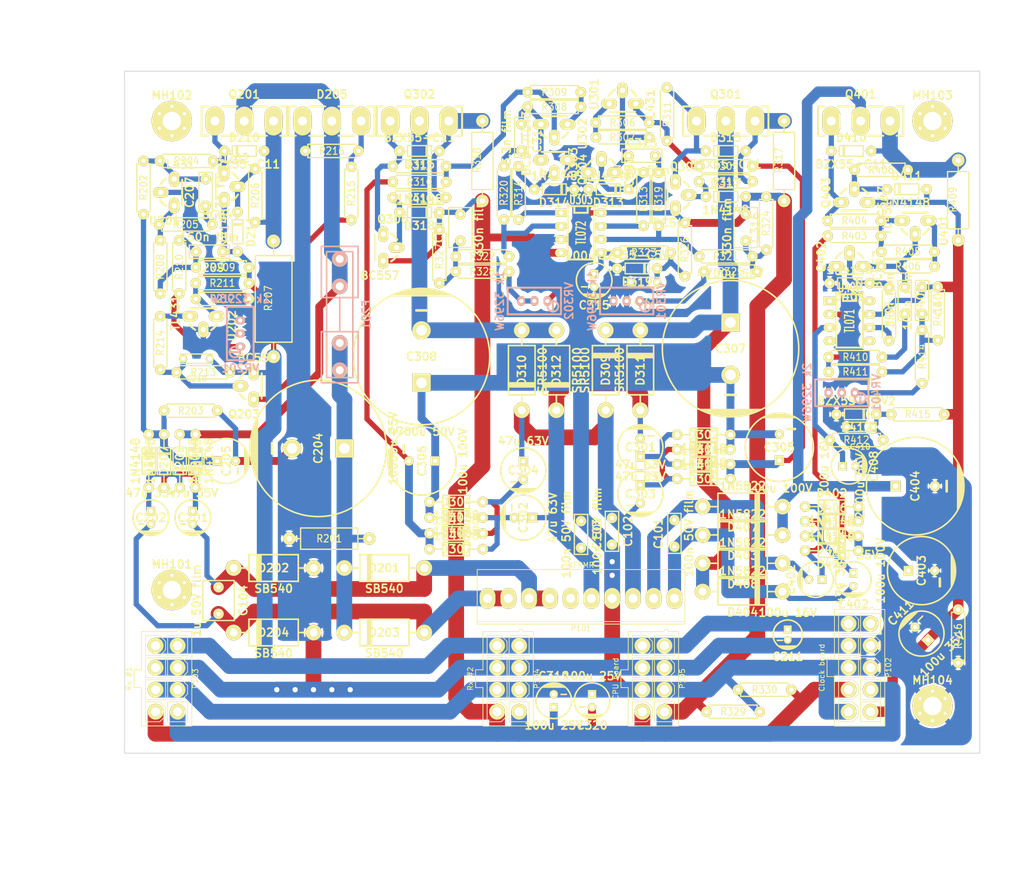
<source format=kicad_pcb>
(kicad_pcb (version 20221018) (generator pcbnew)
  (layers (0 "F.Cu" signal) (31 "B.Cu" signal) (34 "B.Paste" user) (35 "F.Paste" user) (36 "B.SilkS" user) (37 "F.SilkS" user) (38 "B.Mask" user) (39 "F.Mask" user) (44 "Edge.Cuts" user))
  (net 0 "")
  (net 1 "/+-15V regulator/+15VA")
  (net 2 "/+-15V regulator/+15_VGATE")
  (net 3 "/+-15V regulator/+20V_Rect")
  (net 4 "/+-15V regulator/-15VA")
  (net 5 "/+-15V regulator/-15_VGATE")
  (net 6 "/+-15V regulator/-15_VRECT")
  (net 7 "/+-15V regulator/20VAC_A")
  (net 8 "/+-15V regulator/20VAC_B")
  (net 9 "/+5V regulator/+5VD")
  (net 10 "/+5V regulator/+5_VFUSED")
  (net 11 "/+5V regulator/+5_VGATE")
  (net 12 "/+5V regulator/+5_VRECT")
  (net 13 "/+5V regulator/10VAC_A")
  (net 14 "/+5V regulator/10VAC_B")
  (net 15 "/OCXO regulator/+24VA")
  (net 16 "/OCXO regulator/+24_VGATE")
  (net 17 "/OCXO regulator/+24_VRECT")
  (net 18 "/OCXO regulator/10VAC_A")
  (net 19 "/OCXO regulator/10VAC_B")
  (net 20 "GND")
  (net 21 "Net-(C201-Pad1)")
  (net 22 "Net-(C202-Pad1)")
  (net 23 "Net-(C207-Pad1)")
  (net 24 "Net-(C207-Pad2)")
  (net 25 "Net-(C209-Pad2)")
  (net 26 "Net-(C210-Pad2)")
  (net 27 "Net-(C301-Pad1)")
  (net 28 "Net-(C302-Pad2)")
  (net 29 "Net-(C303-Pad1)")
  (net 30 "Net-(C304-Pad2)")
  (net 31 "Net-(C313-Pad1)")
  (net 32 "Net-(C313-Pad2)")
  (net 33 "Net-(C314-Pad1)")
  (net 34 "Net-(C314-Pad2)")
  (net 35 "Net-(C315-Pad1)")
  (net 36 "Net-(C316-Pad2)")
  (net 37 "Net-(C317-Pad1)")
  (net 38 "Net-(C318-Pad1)")
  (net 39 "Net-(C401-Pad1)")
  (net 40 "Net-(C402-Pad1)")
  (net 41 "Net-(C407-Pad1)")
  (net 42 "Net-(C407-Pad2)")
  (net 43 "Net-(C408-Pad1)")
  (net 44 "Net-(C409-Pad2)")
  (net 45 "Net-(C410-Pad1)")
  (net 46 "Net-(D205-Pad3)")
  (net 47 "Net-(D210-Pad1)")
  (net 48 "Net-(D210-Pad2)")
  (net 49 "Net-(D211-Pad2)")
  (net 50 "Net-(D313-Pad2)")
  (net 51 "Net-(D314-Pad1)")
  (net 52 "Net-(D315-Pad1)")
  (net 53 "Net-(D315-Pad2)")
  (net 54 "Net-(D316-Pad1)")
  (net 55 "Net-(D316-Pad2)")
  (net 56 "Net-(D317-Pad2)")
  (net 57 "Net-(D318-Pad1)")
  (net 58 "Net-(D409-Pad2)")
  (net 59 "Net-(D410-Pad1)")
  (net 60 "Net-(D410-Pad2)")
  (net 61 "Net-(D411-Pad2)")
  (net 62 "Net-(MH101-Pad1)")
  (net 63 "Net-(MH102-Pad1)")
  (net 64 "Net-(MH103-Pad1)")
  (net 65 "Net-(Q203-Pad1)")
  (net 66 "Net-(R205-Pad2)")
  (net 67 "Net-(R210-Pad1)")
  (net 68 "Net-(R211-Pad1)")
  (net 69 "Net-(R214-Pad1)")
  (net 70 "Net-(R305-Pad1)")
  (net 71 "Net-(R306-Pad2)")
  (net 72 "Net-(R308-Pad2)")
  (net 73 "Net-(R309-Pad1)")
  (net 74 "Net-(R313-Pad1)")
  (net 75 "Net-(R314-Pad1)")
  (net 76 "Net-(R319-Pad1)")
  (net 77 "Net-(R320-Pad1)")
  (net 78 "Net-(R325-Pad1)")
  (net 79 "Net-(R328-Pad2)")
  (net 80 "Net-(R403-Pad2)")
  (net 81 "Net-(R405-Pad2)")
  (net 82 "Net-(R407-Pad1)")
  (net 83 "Net-(R410-Pad1)")
  (net 84 "Net-(R414-Pad1)")
  (footprint "w_pth_diodes:diode_do201" (layer "F.Cu") (at 115.8 121.8 180)
    (fp_text reference "D201")
    (fp_text value "SB540")
  )
  (footprint "w_pth_diodes:diode_do201" (layer "F.Cu") (at 94.7 121.8 180)
    (fp_text reference "D202")
    (fp_text value "SB540")
  )
  (footprint "w_pth_diodes:diode_do201" (layer "F.Cu") (at 115.8 134.1 180)
    (fp_text reference "D203")
    (fp_text value "SB540")
  )
  (footprint "w_pth_diodes:diode_do201" (layer "F.Cu") (at 94.7 134.1 180)
    (fp_text reference "D204")
    (fp_text value "SB540")
  )
  (footprint "Transistors_TO-247:TO-247_Vertical_Neutral123_largePads" (layer "F.Cu") (at 105.8 36.6)
    (fp_text reference "D205")
    (fp_text value "BT152-600R" hide)
  )
  (footprint "w_pth_diodes:diode_do41" (layer "F.Cu") (at 79.8 101.4 -90)
    (fp_text reference "D206")
    (fp_text value "1N4148")
  )
  (footprint "w_pth_diodes:diode_do41" (layer "F.Cu") (at 73.8 101.4 90)
    (fp_text reference "D207")
    (fp_text value "1N4148")
  )
  (footprint "w_pth_diodes:diode_do41" (layer "F.Cu") (at 70.9 101.4 90)
    (fp_text reference "D209")
    (fp_text value "1N4148")
  )
  (footprint "w_pth_diodes:diode_do35" (layer "F.Cu") (at 89.1 42.3 180)
    (fp_text reference "D210")
    (fp_text value "BZX55-C11")
  )
  (footprint "w_pth_diodes:diode_do41" (layer "F.Cu") (at 129.5 112.2 180)
    (fp_text reference "D303")
    (fp_text value "1N4148")
  )
  (footprint "w_pth_diodes:diode_do41" (layer "F.Cu") (at 129.5 118.2)
    (fp_text reference "D307")
    (fp_text value "1N4148")
  )
  (footprint "w_pth_diodes:diode_do41" (layer "F.Cu") (at 129.5 115.2)
    (fp_text reference "D308")
    (fp_text value "1N4148")
  )
  (footprint "w_pth_diodes:diode_do201" (layer "F.Cu") (at 158 84.1 90)
    (fp_text reference "D309")
    (fp_text value "SR5100")
  )
  (footprint "w_pth_diodes:diode_do201" (layer "F.Cu") (at 142 84.1 -90)
    (fp_text reference "D310")
    (fp_text value "SR5100")
  )
  (footprint "w_pth_diodes:diode_do201" (layer "F.Cu") (at 164.6 84.1 90)
    (fp_text reference "D311")
    (fp_text value "SR5100")
  )
  (footprint "w_pth_diodes:diode_do201" (layer "F.Cu") (at 148.6 84.1 -90)
    (fp_text reference "D312")
    (fp_text value "SR5100")
  )
  (footprint "w_pth_diodes:diode_do35" (layer "F.Cu") (at 158.5 49.6)
    (fp_text reference "D313")
    (fp_text value "1N4148")
  )
  (footprint "w_pth_diodes:diode_do35" (layer "F.Cu") (at 148.2 49.6)
    (fp_text reference "D314")
    (fp_text value "1N4148")
  )
  (footprint "w_pth_diodes:diode_do35" (layer "F.Cu") (at 180.9 42.3 180)
    (fp_text reference "D315")
    (fp_text value "BZX55-C11")
  )
  (footprint "w_pth_diodes:diode_do35" (layer "F.Cu") (at 122.5 42.3)
    (fp_text reference "D316")
    (fp_text value "BZX55-C11")
  )
  (footprint "w_pth_diodes:diode_do35" (layer "F.Cu") (at 180.9 51 180)
    (fp_text reference "D317")
    (fp_text value "1N4148")
  )
  (footprint "w_pth_diodes:diode_do35" (layer "F.Cu") (at 122.5 54)
    (fp_text reference "D318")
    (fp_text value "1N4148")
  )
  (footprint "w_pth_diodes:diode_do35" (layer "F.Cu") (at 164 64.7)
    (fp_text reference "D319")
    (fp_text value "BZX55-C5V1")
  )
  (footprint "w_pth_diodes:diode_do201" (layer "F.Cu") (at 184.1 110.1)
    (fp_text reference "D407")
    (fp_text value "1N5822")
  )
  (footprint "w_pth_diodes:diode_do201" (layer "F.Cu") (at 184.1 120.9)
    (fp_text reference "D408")
    (fp_text value "1N5822")
  )
  (footprint "w_pth_diodes:diode_do35" (layer "F.Cu") (at 204.5 67.5)
    (fp_text reference "D409")
    (fp_text value "1N4148")
  )
  (footprint "w_pth_diodes:diode_do35" (layer "F.Cu") (at 204.8 42.3 180)
    (fp_text reference "D410")
    (fp_text value "BZX55-C11")
  )
  (footprint "w_pth_diodes:diode_do35" (layer "F.Cu") (at 215.4 49.6 180)
    (fp_text reference "D411")
    (fp_text value "1N4148")
  )
  (footprint "w_pth_diodes:diode_do35" (layer "F.Cu") (at 205.8 92.5)
    (fp_text reference "D412")
    (fp_text value "BZX55-C8V2")
  )
  (footprint "conn_minifit:minifit-10" (layer "F.Cu") (at 206.4 140.8 -90)
    (fp_text reference "P102")
    (fp_text value "Clock board")
  )
  (footprint "conn_minifit:minifit-8" (layer "F.Cu") (at 74.3 142.9 -90)
    (fp_text reference "P103")
    (fp_text value "Rx #1")
  )
  (footprint "conn_minifit:minifit-8" (layer "F.Cu") (at 139.4 142.9 -90)
    (fp_text reference "P104")
    (fp_text value "Rx #2")
  )
  (footprint "conn_minifit:minifit-8" (layer "F.Cu") (at 167.1 142.9 -90)
    (fp_text reference "P105")
    (fp_text value "CPU board")
  )
  (footprint "Transistors_TO-247:TO-247_Vertical_Neutral123_largePads" (layer "F.Cu") (at 89.1 36.6)
    (fp_text reference "Q201")
    (fp_text value "IRLZ44N" hide)
  )
  (footprint "Transistors_TO-247:TO-247_Vertical_Neutral123_largePads" (layer "F.Cu") (at 180.9 36.6)
    (fp_text reference "Q301")
    (fp_text value "IRFZ34N" hide)
  )
  (footprint "Transistors_TO-247:TO-247_Vertical_Neutral123_largePads" (layer "F.Cu") (at 122.5 36.6)
    (fp_text reference "Q302")
    (fp_text value "IRF9Z34N" hide)
  )
  (footprint "Transistors_TO-247:TO-247_Vertical_Neutral123_largePads" (layer "F.Cu") (at 206.6 36.6)
    (fp_text reference "Q401")
    (fp_text value "IRFZ34N" hide)
  )
  (footprint "Sockets_DIP:DIP-8__300_ELL" (layer "F.Cu") (at 153.3 57.9 -90)
    (fp_text reference "U303")
    (fp_text value "TL072")
  )
  (footprint "Sockets_DIP:DIP-8__300_ELL" (layer "F.Cu") (at 204.5 74.7 -90)
    (fp_text reference "U402")
    (fp_text value "TL071")
  )
  (footprint "w_capacitors:cnp_7x2mm" (layer "F.Cu") (at 171.1 115.2 90)
    (fp_text reference "C101")
    (fp_text value "100n 50V film")
  )
  (footprint "w_capacitors:cnp_7x2mm" (layer "F.Cu") (at 153.3 115.4 -90)
    (fp_text reference "C103")
    (fp_text value "100n 50V film")
  )
  (footprint "w_capacitors:CP_6.3x11mm" (layer "F.Cu") (at 71.3 112.2 180)
    (fp_text reference "C202")
    (fp_text value "47u 35V")
  )
  (footprint "w_capacitors:cnp_7x2mm" (layer "F.Cu") (at 81.74 50.2 90)
    (fp_text reference "C207")
    (fp_text value "3.3n film")
  )
  (footprint "w_capacitors:cnp_7x2mm" (layer "F.Cu") (at 82.44 61.5 180)
    (fp_text reference "C209")
    (fp_text value "150n film")
  )
  (footprint "w_capacitors:cnp_6mm_disc" (layer "F.Cu") (at 80 81.9 180)
    (fp_text reference "C210")
    (fp_text value "100n" hide)
  )
  (footprint "w_capacitors:CP_5x11mm" (layer "F.Cu") (at 192.7 134.5 180)
    (fp_text reference "C211")
    (fp_text value "100u 16V")
  )
  (footprint "w_capacitors:CP_8x11.5mm" (layer "F.Cu") (at 142.3 112.2 90)
    (fp_text reference "C302")
    (fp_text value "47u 63V")
  )
  (footprint "w_capacitors:CP_8x11.5mm" (layer "F.Cu") (at 142.3 103.2 180)
    (fp_text reference "C304")
    (fp_text value "47u 63V")
  )
  (footprint "w_capacitors:cnp_7x2mm" (layer "F.Cu") (at 164.9 43.2)
    (fp_text reference "C313")
    (fp_text value "3.3n film")
  )
  (footprint "w_capacitors:cnp_7x2mm" (layer "F.Cu") (at 141.9 39.7 -90)
    (fp_text reference "C314")
    (fp_text value "3.3n film")
  )
  (footprint "w_capacitors:CP_6.3x11mm" (layer "F.Cu") (at 155.8 67 180)
    (fp_text reference "C315")
    (fp_text value "100u 16V")
  )
  (footprint "w_capacitors:cnp_7x4.5mm" (layer "F.Cu") (at 130.3 56.9 90)
    (fp_text reference "C318")
    (fp_text value "330n film")
  )
  (footprint "w_capacitors:CP_6.3x11mm" (layer "F.Cu") (at 148.1 147.1)
    (fp_text reference "C319")
    (fp_text value "100u 25V")
  )
  (footprint "w_capacitors:CP_6.3x11mm" (layer "F.Cu") (at 155.4 147.1 180)
    (fp_text reference "C320")
    (fp_text value "100u 25V")
  )
  (footprint "w_capacitors:CP_6.3x11mm" (layer "F.Cu") (at 198 124 90)
    (fp_text reference "C401")
    (fp_text value "47u 35V")
  )
  (footprint "w_capacitors:CP_6.3x11mm" (layer "F.Cu") (at 205.2 124 180)
    (fp_text reference "C402")
    (fp_text value "47u 35V")
  )
  (footprint "w_capacitors:cnp_7x2mm" (layer "F.Cu") (at 215 70.8 -90)
    (fp_text reference "C407")
    (fp_text value "3.3n film")
  )
  (footprint "w_capacitors:CP_6.3x11mm" (layer "F.Cu") (at 204.4 102.4 -90)
    (fp_text reference "C408")
    (fp_text value "100u 16V")
  )
  (footprint "w_capacitors:cnp_7x2mm" (layer "F.Cu") (at 218.3 70.8 -90)
    (fp_text reference "C409")
    (fp_text value "100n film")
  )
  (footprint "w_capacitors:cnp_6mm_disc" (layer "F.Cu") (at 206.5 94.9 180)
    (fp_text reference "C410")
    (fp_text value "330n" hide)
  )
  (footprint "w_pth_resistors:RC05" (layer "F.Cu") (at 69.9 49.3 -90)
    (fp_text reference "R202")
    (fp_text value "1.5k" hide)
  )
  (footprint "w_pth_resistors:RC05" (layer "F.Cu") (at 78.9 91.8)
    (fp_text reference "R203")
    (fp_text value "10k" hide)
  )
  (footprint "w_pth_resistors:RC05" (layer "F.Cu") (at 78.1 44.2)
    (fp_text reference "R204")
    (fp_text value "82" hide)
  )
  (footprint "w_pth_resistors:RC05" (layer "F.Cu") (at 77.94 56.3 180)
    (fp_text reference "R205")
    (fp_text value "3.3k" hide)
  )
  (footprint "w_pth_resistors:R15.5x6" (layer "F.Cu") (at 94.7 70.5 90)
    (fp_text reference "R207")
    (fp_text value "0.22E 3W" hide)
  )
  (footprint "w_pth_resistors:RC05" (layer "F.Cu") (at 73.1 64.4 -90)
    (fp_text reference "R208")
    (fp_text value "1k" hide)
  )
  (footprint "w_pth_resistors:RC05" (layer "F.Cu") (at 84.94 64.5)
    (fp_text reference "R209")
    (fp_text value "2.7k LTC" hide)
  )
  (footprint "w_pth_resistors:RC05" (layer "F.Cu") (at 84.94 67.5)
    (fp_text reference "R211")
    (fp_text value "3.0k 1%" hide)
  )
  (footprint "w_pth_resistors:RC05" (layer "F.Cu") (at 84.94 70.5 180)
    (fp_text reference "R212")
    (fp_text value "2.0k 1%" hide)
  )
  (footprint "w_pth_resistors:RC05" (layer "F.Cu") (at 81.3 84.5)
    (fp_text reference "R213")
    (fp_text value "1k" hide)
  )
  (footprint "w_pth_resistors:RC05" (layer "F.Cu") (at 73.1 78.9 -90)
    (fp_text reference "R214")
    (fp_text value "1k" hide)
  )
  (footprint "w_pth_resistors:RC05" (layer "F.Cu") (at 109.5 50.4 -90)
    (fp_text reference "R215")
    (fp_text value "82" hide)
  )
  (footprint "w_pth_resistors:RC05" (layer "F.Cu") (at 105.8 42.3)
    (fp_text reference "R216")
    (fp_text value "1k" hide)
  )
  (footprint "w_pth_resistors:RC05" (layer "F.Cu") (at 180.9 45.2)
    (fp_text reference "R305")
    (fp_text value "3.3k" hide)
  )
  (footprint "w_pth_resistors:RC05" (layer "F.Cu") (at 161.2 36.9 180)
    (fp_text reference "R306")
    (fp_text value "7.5k" hide)
  )
  (footprint "w_pth_resistors:RC05" (layer "F.Cu") (at 161.2 39.7 180)
    (fp_text reference "R307")
    (fp_text value "2.2k" hide)
  )
  (footprint "w_pth_resistors:RC05" (layer "F.Cu") (at 122.5 48.2)
    (fp_text reference "R310")
    (fp_text value "3.3k" hide)
  )
  (footprint "w_pth_resistors:RC05" (layer "F.Cu") (at 169.7 35.3 -90)
    (fp_text reference "R311")
    (fp_text value "82" hide)
  )
  (footprint "w_pth_resistors:RC05" (layer "F.Cu") (at 122.5 45.2)
    (fp_text reference "R312")
    (fp_text value "82" hide)
  )
  (footprint "w_pth_resistors:RC05" (layer "F.Cu") (at 141.4 50.3 90)
    (fp_text reference "R314")
    (fp_text value "330" hide)
  )
  (footprint "w_pth_resistors:RC05" (layer "F.Cu") (at 180.9 48.1 180)
    (fp_text reference "R315")
    (fp_text value "330" hide)
  )
  (footprint "w_pth_resistors:RC05" (layer "F.Cu") (at 122.5 51.2 180)
    (fp_text reference "R316")
    (fp_text value "330" hide)
  )
  (footprint "w_pth_resistors:RC07" (layer "F.Cu") (at 192 44.2 90)
    (fp_text reference "R317")
    (fp_text value "0.56E 2W" hide)
  )
  (footprint "w_pth_resistors:RC05" (layer "F.Cu") (at 168.1 51.5 90)
    (fp_text reference "R319")
    (fp_text value "33k" hide)
  )
  (footprint "w_pth_resistors:RC05" (layer "F.Cu") (at 138.6 50.3 90)
    (fp_text reference "R320")
    (fp_text value "33k" hide)
  )
  (footprint "w_pth_resistors:RC05" (layer "F.Cu") (at 180.9 62.4 180)
    (fp_text reference "R321")
    (fp_text value "3.3k" hide)
  )
  (footprint "w_pth_resistors:RC05" (layer "F.Cu") (at 134.5 62.4)
    (fp_text reference "R322")
    (fp_text value "3.3k" hide)
  )
  (footprint "w_pth_resistors:RC05" (layer "F.Cu") (at 181.8 65.3)
    (fp_text reference "R325")
    (fp_text value "1.3k LTC" hide)
  )
  (footprint "w_pth_resistors:RC05" (layer "F.Cu") (at 134.5 65.3)
    (fp_text reference "R328")
    (fp_text value "3.0k 1%" hide)
  )
  (footprint "w_pth_resistors:RC05" (layer "F.Cu") (at 182.3 149.2 180)
    (fp_text reference "R329")
    (fp_text value "1k" hide)
  )
  (footprint "w_pth_resistors:RC05" (layer "F.Cu") (at 188.3 145 180)
    (fp_text reference "R330")
    (fp_text value "1k" hide)
  )
  (footprint "w_pth_resistors:RC05" (layer "F.Cu") (at 205.4 58.5)
    (fp_text reference "R403")
    (fp_text value "2.2k" hide)
  )
  (footprint "w_pth_resistors:RC05" (layer "F.Cu") (at 205.4 55.6)
    (fp_text reference "R404")
    (fp_text value "82" hide)
  )
  (footprint "w_pth_resistors:RC05" (layer "F.Cu") (at 215.6 61.5)
    (fp_text reference "R405")
    (fp_text value "10k" hide)
  )
  (footprint "w_pth_resistors:RC05" (layer "F.Cu") (at 215.6 64.3)
    (fp_text reference "R406")
    (fp_text value "2.2k" hide)
  )
  (footprint "w_pth_resistors:RC05" (layer "F.Cu") (at 212 73.4 90)
    (fp_text reference "R407")
    (fp_text value "330" hide)
  )
  (footprint "w_pth_resistors:RC07" (layer "F.Cu") (at 225.2 51.7 90)
    (fp_text reference "R409")
    (fp_text value "0.82E 1W" hide)
  )
  (footprint "w_pth_resistors:RC05" (layer "F.Cu") (at 205.6 81.6)
    (fp_text reference "R410")
    (fp_text value "33k" hide)
  )
  (footprint "w_pth_resistors:RC05" (layer "F.Cu") (at 205.6 84.4 180)
    (fp_text reference "R411")
    (fp_text value "3.3k" hide)
  )
  (footprint "w_pth_resistors:RC05" (layer "F.Cu") (at 205.8 97.4 180)
    (fp_text reference "R412")
    (fp_text value "1k" hide)
  )
  (footprint "w_pth_resistors:RC05" (layer "F.Cu") (at 221.3 73.3 90)
    (fp_text reference "R413")
    (fp_text value "10k 1%" hide)
  )
  (footprint "w_pth_resistors:RC05" (layer "F.Cu") (at 218.3 81.5 90)
    (fp_text reference "R414")
    (fp_text value "4.3k LTC" hide)
  )
  (footprint "w_pth_resistors:RC05" (layer "F.Cu") (at 225.2 134.8 90)
    (fp_text reference "R416")
    (fp_text value "2.2k" hide)
  )
  (footprint "w_capacitors:cnp_7x2mm" (layer "F.Cu") (at 159.2 114.8 -90)
    (fp_text reference "C102")
    (fp_text value "100n 50V film")
  )
  (footprint "w_pth_resistors:RC05" (layer "F.Cu") (at 165.2 51.5 90)
    (fp_text reference "R313")
    (fp_text value "330" hide)
  )
  (footprint "w_capacitors:cnp_6mm_disc" (layer "F.Cu") (at 165.3 67.3 180)
    (fp_text reference "C317")
    (fp_text value "330n" hide)
  )
  (footprint "w_pth_resistors:RC05" (layer "F.Cu") (at 148.2 31.1)
    (fp_text reference "R309")
    (fp_text value "2.2k" hide)
  )
  (footprint "w_pth_resistors:RC05" (layer "F.Cu") (at 148.2 33.9)
    (fp_text reference "R308")
    (fp_text value "7.5k" hide)
  )
  (footprint "w_pth_resistors:RC05" (layer "F.Cu") (at 91.2 50.8 -90)
    (fp_text reference "R206")
    (fp_text value "330" hide)
  )
  (footprint "w_pth_diodes:diode_do35" (layer "F.Cu") (at 87.84 57.7 90)
    (fp_text reference "D211")
    (fp_text value "1N4148")
  )
  (footprint "w_pth_resistors:RC05" (layer "F.Cu") (at 210.5 45.9 180)
    (fp_text reference "R408")
    (fp_text value "330" hide)
  )
  (footprint "w_pth_resistors:RC05" (layer "F.Cu") (at 173.1 61.1 90)
    (fp_text reference "R326")
    (fp_text value "1k" hide)
  )
  (footprint "w_pth_resistors:RC05" (layer "F.Cu") (at 165.3 61.7 180)
    (fp_text reference "R323")
    (fp_text value "1k" hide)
  )
  (footprint "w_pth_resistors:RC05" (layer "F.Cu") (at 76.7 64.4 90)
    (fp_text reference "R210")
    (fp_text value "2.2k LTC" hide)
  )
  (footprint "w_pth_diodes:diode_do41" (layer "F.Cu") (at 76.8 101.4 -90)
    (fp_text reference "D208")
    (fp_text value "1N4148")
  )
  (footprint "w_capacitors:CP_8x11.5mm" (layer "F.Cu") (at 85.7 101.4 -90)
    (fp_text reference "C205")
    (fp_text value "100u 50V")
  )
  (footprint "w_capacitors:CP_25x40mm" (layer "F.Cu") (at 122.9 81.5)
    (fp_text reference "C308")
    (fp_text value "4700u 50V")
  )
  (footprint "w_capacitors:CP_12.5x20mm" (layer "F.Cu") (at 123 101.4 90)
    (fp_text reference "C306")
    (fp_text value "100u 100V")
  )
  (footprint "w_pth_resistors:RC07" (layer "F.Cu") (at 134.5 44.2 90)
    (fp_text reference "R318")
    (fp_text value "0.56E 2W" hide)
  )
  (footprint "w_pth_diodes:diode_do41" (layer "F.Cu") (at 129.5 109.2 180)
    (fp_text reference "D304")
    (fp_text value "1N4148")
  )
  (footprint "w_pth_resistors:RC05" (layer "F.Cu") (at 126.3 62.4 -90)
    (fp_text reference "R327")
    (fp_text value "3.3k LTC" hide)
  )
  (footprint "w_pth_resistors:RC05" (layer "F.Cu") (at 217.5 92.5)
    (fp_text reference "R415")
    (fp_text value "1.5k" hide)
  )
  (footprint "w_pth_diodes:diode_do201" (layer "F.Cu") (at 184.1 126.3)
    (fp_text reference "D404")
    (fp_text value "1N5822")
  )
  (footprint "w_capacitors:CP_18x40mm" (layer "F.Cu") (at 217 106.2 -90)
    (fp_text reference "C404")
    (fp_text value "2200u 63V")
  )
  (footprint "w_pth_diodes:diode_do201" (layer "F.Cu") (at 184.1 115.5)
    (fp_text reference "D403")
    (fp_text value "1N5822")
  )
  (footprint "w_capacitors:CP_12.5x20mm" (layer "F.Cu") (at 218.2 122.3 -90)
    (fp_text reference "C403")
    (fp_text value "100u 100V")
  )
  (footprint "w_pth_diodes:diode_do41" (layer "F.Cu") (at 176.7 102)
    (fp_text reference "D306")
    (fp_text value "1N4148")
  )
  (footprint "w_pth_resistors:RC05" (layer "F.Cu") (at 188.6 56.1 90)
    (fp_text reference "R324")
    (fp_text value "3.3k LTC" hide)
  )
  (footprint "w_capacitors:cnp_7x4.5mm" (layer "F.Cu") (at 184.7 56.9 -90)
    (fp_text reference "C316")
    (fp_text value "330n film")
  )
  (footprint "w_capacitors:CP_8x11.5mm" (layer "F.Cu") (at 164.6 107.7 180)
    (fp_text reference "C303")
    (fp_text value "47u 63V")
  )
  (footprint "w_pth_diodes:diode_do41" (layer "F.Cu") (at 176.7 96.4 180)
    (fp_text reference "D302")
    (fp_text value "1N4148")
  )
  (footprint "w_capacitors:CP_12.5x20mm" (layer "F.Cu") (at 191.1 98.8)
    (fp_text reference "C305")
    (fp_text value "100u 100V")
  )
  (footprint "w_capacitors:CP_25x40mm" (layer "F.Cu") (at 181.8 80 180)
    (fp_text reference "C307")
    (fp_text value "4700u 50V")
  )
  (footprint "w_capacitors:CP_8x11.5mm" (layer "F.Cu") (at 164.6 98.8)
    (fp_text reference "C301")
    (fp_text value "47u 63V")
  )
  (footprint "w_pth_resistors:RC07" (layer "F.Cu") (at 105.3 116.2 180)
    (fp_text reference "R201")
    (fp_text value "330 1W" hide)
  )
  (footprint "w_capacitors:CP_25x35mm" (layer "F.Cu") (at 103.2 99 90)
    (fp_text reference "C204")
    (fp_text value "10000u 25V")
  )
  (footprint "w_pth_diodes:diode_do41" (layer "F.Cu") (at 201.1 110.1 180)
    (fp_text reference "D402")
    (fp_text value "1N4148")
  )
  (footprint "w_pth_diodes:diode_do41" (layer "F.Cu") (at 201.1 112.9 180)
    (fp_text reference "D406")
    (fp_text value "1N4148")
  )
  (footprint "w_pth_diodes:diode_do41" (layer "F.Cu") (at 201.1 118.5)
    (fp_text reference "D405")
    (fp_text value "1N4148")
  )
  (footprint "w_pth_diodes:diode_do41" (layer "F.Cu") (at 201.1 115.7)
    (fp_text reference "D401")
    (fp_text value "1N4148")
  )
  (footprint "w_capacitors:cnp_7x6mm" (layer "F.Cu") (at 84.2 128 -90)
    (fp_text reference "C104")
    (fp_text value "1u 50V film")
  )
  (footprint "w_capacitors:CP_6.3x11mm" (layer "F.Cu") (at 79.3 112.2 180)
    (fp_text reference "C201")
    (fp_text value "47u 35V")
  )
  (footprint "conn_pwl:PWL-10" (layer "F.Cu") (at 153.3 127.6 180)
    (fp_text reference "P101")
    (fp_text value "XFRMR")
  )
  (footprint "w_capacitors:CP_8x11.5mm" (layer "F.Cu") (at 218.2 134.3 45)
    (fp_text reference "C411")
    (fp_text value "100u 35V")
  )
  (footprint "w_pth_diodes:diode_do41" (layer "F.Cu") (at 176.7 99.2 180)
    (fp_text reference "D301")
    (fp_text value "1N4148")
  )
  (footprint "w_pth_diodes:diode_do41" (layer "F.Cu") (at 176.7 104.8)
    (fp_text reference "D305")
    (fp_text value "1N4148")
  )
  (footprint "holes:Hole_3-5mm" (layer "F.Cu") (at 75.3 126)
    (fp_text reference "MH101")
    (fp_text value "HOLE" hide)
  )
  (footprint "holes:Hole_3-5mm" (layer "F.Cu") (at 75.3 36.6)
    (fp_text reference "MH102")
    (fp_text value "HOLE" hide)
  )
  (footprint "holes:Hole_3-5mm" (layer "F.Cu") (at 220.3 36.6)
    (fp_text reference "MH103")
    (fp_text value "HOLE" hide)
  )
  (footprint "holes:Hole_3-5mm" (layer "F.Cu") (at 220.3 148.1)
    (fp_text reference "MH104")
    (fp_text value "HOLE" hide)
  )
  (footprint "Housings_TO-92:TO-92-Free-rugged" (layer "F.Cu") (at 217 55.6 -90)
    (fp_text reference "U401")
    (fp_text value "TL431")
  )
  (footprint "Housings_TO-92:TO-92-Free-rugged" (layer "F.Cu") (at 148.2 37.2 -90)
    (fp_text reference "U302")
    (fp_text value "TL431")
  )
  (footprint "Housings_TO-92:TO-92-Free-rugged" (layer "F.Cu") (at 161.2 33.3 90)
    (fp_text reference "U301")
    (fp_text value "TL431")
  )
  (footprint "Housings_TO-92:TO-92-Free-rugged" (layer "F.Cu") (at 81.3 73.8 -90)
    (fp_text reference "U202")
    (fp_text value "TL431")
  )
  (footprint "Housings_TO-92:TO-92-Free-rugged" (layer "F.Cu") (at 75.74 50.2 180)
    (fp_text reference "U201")
    (fp_text value "TL431")
  )
  (footprint "Housings_TO-92:TO-92-Free-rugged" (layer "F.Cu") (at 205.4 52.1 90)
    (fp_text reference "Q403")
    (fp_text value "BC547")
  )
  (footprint "Housings_TO-92:TO-92-Free-rugged" (layer "F.Cu") (at 204.5 64.3 90)
    (fp_text reference "Q402")
    (fp_text value "BC557")
  )
  (footprint "Housings_TO-92:TO-92-Free-rugged" (layer "F.Cu") (at 115.6 60.7)
    (fp_text reference "Q306")
    (fp_text value "BC557")
  )
  (footprint "Housings_TO-92:TO-92-Free-rugged" (layer "F.Cu") (at 171.3 50.7)
    (fp_text reference "Q305")
    (fp_text value "BC547")
  )
  (footprint "Housings_TO-92:TO-92-Free-rugged" (layer "F.Cu") (at 148.2 44 -90)
    (fp_text reference "Q304")
    (fp_text value "BC547")
  )
  (footprint "Housings_TO-92:TO-92-Free-rugged" (layer "F.Cu") (at 157.2 46.4 90)
    (fp_text reference "Q303")
    (fp_text value "BC557")
  )
  (footprint "Housings_TO-92:TO-92-Free-rugged" (layer "F.Cu") (at 90.9 87.1 180)
    (fp_text reference "Q203")
    (fp_text value "BC557")
  )
  (footprint "Housings_TO-92:TO-92-Free-rugged" (layer "F.Cu") (at 85.3 49.1)
    (fp_text reference "Q202")
    (fp_text value "BC547")
  )
  (footprint "Fuse_Holders_and_Fuses:Fuseholder5x20_horiz_open_inline_Type-I" (layer "B.Cu") (at 107.3 73.5 90)
    (fp_text reference "F201")
    (fp_text value "3A standard type" hide)
  )
  (footprint "w_pth_resistors:trimmer_diplohm_p94" (layer "B.Cu") (at 88.34 77.1 180)
    (fp_text reference "VR201")
    (fp_text value "1k 3296W")
  )
  (footprint "w_pth_resistors:trimmer_diplohm_p94" (layer "B.Cu") (at 144.4 70.9 -90)
    (fp_text reference "VR302")
    (fp_text value "1k 3296W")
  )
  (footprint "w_pth_resistors:trimmer_diplohm_p94" (layer "B.Cu") (at 203 88.4 -90)
    (fp_text reference "VR401")
    (fp_text value "2k 3296W")
  )
  (footprint "w_pth_resistors:trimmer_diplohm_p94" (layer "B.Cu") (at 162 70.9 -90)
    (fp_text reference "VR301")
    (fp_text value "1k 3296W")
  )
  (gr_line (start 229.3 27.1) (end 66.3 27.1) (stroke (width 0.15)) (layer "Edge.Cuts"))
  (gr_line (start 66.3 157.1) (end 66.3 27.1) (stroke (width 0.15)) (layer "Edge.Cuts"))
  (gr_line (start 229.3 27.1) (end 229.3 157.1) (stroke (width 0.15)) (layer "Edge.Cuts"))
  (gr_line (start 66.3 157.1) (end 229.3 157.1) (stroke (width 0.15)) (layer "Edge.Cuts"))
  (segment (start 155.11 54.09) (end 153.4 55.8) (width 1) (layer "F.Cu") (net 1))
  (segment (start 183.04 56.02) (end 184.7 54.36) (width 1.5) (layer "F.Cu") (net 1))
  (segment (start 192 66.8) (end 186.9 71.9) (width 3) (layer "F.Cu") (net 1))
  (segment (start 186.9 134.9) (end 179.8 142) (width 3) (layer "F.Cu") (net 1))
  (segment (start 179.8 142) (end 179.8 142) (width 3) (layer "F.Cu") (net 1))
  (segment (start 179.8 142) (end 174.91 146.89) (width 3) (layer "F.Cu") (net 1))
  (segment (start 172.6 149.2) (end 169.2 149.2) (width 3) (layer "F.Cu") (net 1))
  (segment (start 175.26 146.54) (end 172.6 149.2) (width 3) (layer "F.Cu") (net 1))
  (segment (start 174.91 146.89) (end 175.26 146.54) (width 3) (layer "F.Cu") (net 1))
  (segment (start 153.4 64.39936) (end 146.89936 70.9) (width 1) (layer "F.Cu") (net 1))
  (segment (start 153.4 55.8) (end 153.4 64.39936) (width 1) (layer "F.Cu") (net 1))
  (segment (start 157.11 54.09) (end 155.11 54.09) (width 1) (layer "F.Cu") (net 1))
  (segment (start 173.1 56.02) (end 183.04 56.02) (width 1.5) (layer "F.Cu") (net 1))
  (segment (start 186.9 71.9) (end 186.9 134.9) (width 3) (layer "F.Cu") (net 1))
  (segment (start 192 51.82) (end 192 66.8) (width 3) (layer "F.Cu") (net 1))
  (segment (start 177.22 149.2) (end 174.91 146.89) (width 1.5) (layer "F.Cu") (net 1))
  (segment (start 170.45 54.09) (end 171.3 53.24) (width 1) (layer "B.Cu") (net 1))
  (segment (start 171.3 54.22) (end 173.1 56.02) (width 1) (layer "B.Cu") (net 1))
  (segment (start 184.7 51.01) (end 184.71 51) (width 1.5) (layer "B.Cu") (net 1))
  (segment (start 184.73 51.02) (end 184.71 51) (width 1.5) (layer "B.Cu") (net 1))
  (segment (start 191.2 51.02) (end 192 51.82) (width 1.5) (layer "B.Cu") (net 1))
  (segment (start 169.2 153.4) (end 169.2 149.2) (width 3) (layer "B.Cu") (net 1))
  (segment (start 141.5 153.4) (end 141.5 149.2) (width 3) (layer "B.Cu") (net 1))
  (segment (start 76.4 153.4) (end 76.4 149.2) (width 3) (layer "B.Cu") (net 1))
  (segment (start 148.1 153.4) (end 141.5 153.4) (width 3) (layer "B.Cu") (net 1))
  (segment (start 212.7 145) (end 212.7 153.4) (width 3) (layer "B.Cu") (net 1))
  (segment (start 212.7 153.4) (end 169.2 153.4) (width 3) (layer "B.Cu") (net 1))
  (segment (start 157.11 54.09) (end 170.45 54.09) (width 1) (layer "B.Cu") (net 1))
  (segment (start 171.3 53.24) (end 171.3 54.22) (width 1) (layer "B.Cu") (net 1))
  (segment (start 184.7 54.36) (end 184.7 51.01) (width 1.5) (layer "B.Cu") (net 1))
  (segment (start 188.6 51.02) (end 184.73 51.02) (width 1.5) (layer "B.Cu") (net 1))
  (segment (start 148.1 148.35) (end 148.1 153.4) (width 1.5) (layer "B.Cu") (net 1))
  (segment (start 141.5 153.4) (end 76.4 153.4) (width 3) (layer "B.Cu") (net 1))
  (segment (start 208.5 145) (end 212.7 145) (width 3) (layer "B.Cu") (net 1))
  (segment (start 188.6 51.02) (end 191.2 51.02) (width 1.5) (layer "B.Cu") (net 1))
  (segment (start 169.2 153.4) (end 148.1 153.4) (width 3) (layer "B.Cu") (net 1))
  (segment (start 192.8 45.2) (end 195.5 47.9) (width 1) (layer "F.Cu") (net 2))
  (segment (start 195.5 47.9) (end 195.5 93.2) (width 1) (layer "F.Cu") (net 2))
  (segment (start 195.5 98.7) (end 192.9 101.3) (width 1) (layer "F.Cu") (net 2))
  (segment (start 192.9 101.3) (end 191.1 101.3) (width 1) (layer "F.Cu") (net 2))
  (segment (start 185.98 45.2) (end 192.8 45.2) (width 1) (layer "F.Cu") (net 2))
  (segment (start 195.5 93.2) (end 195.5 98.7) (width 1) (layer "F.Cu") (net 2))
  (segment (start 190.4 102) (end 191.1 101.3) (width 1.5) (layer "B.Cu") (net 2))
  (segment (start 181.78 104.8) (end 181.78 102) (width 1.5) (layer "B.Cu") (net 2))
  (segment (start 181.78 102) (end 190.4 102) (width 1.5) (layer "B.Cu") (net 2))
  (segment (start 176.7 80.1) (end 176.7 105.4) (width 2.5) (layer "F.Cu") (net 3))
  (segment (start 176.7 105.4) (end 181.1 109.8) (width 2.5) (layer "F.Cu") (net 3))
  (segment (start 181.1 109.8) (end 181.1 118.9) (width 2.5) (layer "F.Cu") (net 3))
  (segment (start 181.1 118.9) (end 179.1 120.9) (width 2.5) (layer "F.Cu") (net 3))
  (segment (start 179.1 120.9) (end 176.48 120.9) (width 2.5) (layer "F.Cu") (net 3))
  (segment (start 181.8 75) (end 176.7 80.1) (width 2.5) (layer "F.Cu") (net 3))
  (segment (start 174.62 76.48) (end 176.1 75) (width 3) (layer "B.Cu") (net 3))
  (segment (start 176.1 75) (end 181.8 75) (width 3) (layer "B.Cu") (net 3))
  (segment (start 180.9 63.8) (end 181.8 64.7) (width 3) (layer "B.Cu") (net 3))
  (segment (start 181.8 64.7) (end 181.8 75) (width 3) (layer "B.Cu") (net 3))
  (segment (start 180.9 36.6) (end 180.9 63.8) (width 3) (layer "B.Cu") (net 3))
  (segment (start 158 76.48) (end 164.6 76.48) (width 3) (layer "B.Cu") (net 3))
  (segment (start 176.48 126.3) (end 176.48 120.9) (width 2.5) (layer "B.Cu") (net 3))
  (segment (start 164.6 76.48) (end 174.62 76.48) (width 3) (layer "B.Cu") (net 3))
  (segment (start 123.16 63.24) (end 126.3 60.1) (width 1) (layer "F.Cu") (net 4))
  (segment (start 126.3 60.1) (end 126.3 57.32) (width 1) (layer "F.Cu") (net 4))
  (segment (start 134.5 102.4) (end 129.5 107.4) (width 3) (layer "F.Cu") (net 4))
  (segment (start 129.5 107.4) (end 129.5 146.5) (width 3) (layer "F.Cu") (net 4))
  (segment (start 129.5 146.5) (end 132.2 149.2) (width 3) (layer "F.Cu") (net 4))
  (segment (start 132.2 149.2) (end 137.3 149.2) (width 3) (layer "F.Cu") (net 4))
  (segment (start 197.8 145) (end 195.59 147.21) (width 3) (layer "F.Cu") (net 4))
  (segment (start 165 153.4) (end 189.4 153.4) (width 3) (layer "F.Cu") (net 4))
  (segment (start 137.3 153.4) (end 155.4 153.4) (width 3) (layer "F.Cu") (net 4))
  (segment (start 72.2 153.4) (end 72.2 149.2) (width 3) (layer "F.Cu") (net 4))
  (segment (start 195.29 147.51) (end 189.4 153.4) (width 3) (layer "F.Cu") (net 4))
  (segment (start 155.4 153.4) (end 165 153.4) (width 3) (layer "F.Cu") (net 4))
  (segment (start 195.59 147.21) (end 195.29 147.51) (width 3) (layer "F.Cu") (net 4))
  (segment (start 147.01 61.71) (end 144.1 58.8) (width 1.5) (layer "F.Cu") (net 4))
  (segment (start 144.1 58.8) (end 134.5 58.8) (width 1.5) (layer "F.Cu") (net 4))
  (segment (start 134.5 58.8) (end 134.5 102.4) (width 3) (layer "F.Cu") (net 4))
  (segment (start 149.49 61.71) (end 147.01 61.71) (width 1.5) (layer "F.Cu") (net 4))
  (segment (start 155.4 148.35) (end 155.4 153.4) (width 1.5) (layer "F.Cu") (net 4))
  (segment (start 197.8 145) (end 204.3 145) (width 3) (layer "F.Cu") (net 4))
  (segment (start 193.38 145) (end 195.59 147.21) (width 1.5) (layer "F.Cu") (net 4))
  (segment (start 137.3 149.2) (end 137.3 153.4) (width 3) (layer "F.Cu") (net 4))
  (segment (start 134.5 51.82) (end 134.5 58.8) (width 3) (layer "F.Cu") (net 4))
  (segment (start 165 149.2) (end 165 153.4) (width 3) (layer "F.Cu") (net 4))
  (segment (start 137.3 153.4) (end 72.2 153.4) (width 3) (layer "F.Cu") (net 4))
  (segment (start 115.6 63.24) (end 123.16 63.24) (width 1) (layer "F.Cu") (net 4))
  (segment (start 126.31 57.31) (end 126.3 57.32) (width 1) (layer "B.Cu") (net 4))
  (segment (start 129.94 54) (end 126.31 54) (width 1) (layer "B.Cu") (net 4))
  (segment (start 132.84 51.82) (end 134.5 51.82) (width 1) (layer "B.Cu") (net 4))
  (segment (start 126.31 54) (end 126.31 57.31) (width 1) (layer "B.Cu") (net 4))
  (segment (start 130.3 54.36) (end 132.84 51.82) (width 1) (layer "B.Cu") (net 4))
  (segment (start 130.3 54.36) (end 129.94 54) (width 1) (layer "B.Cu") (net 4))
  (segment (start 114 48.2) (end 112.5 49.7) (width 1) (layer "F.Cu") (net 5))
  (segment (start 112.5 93.4) (end 120.5 101.4) (width 1) (layer "F.Cu") (net 5))
  (segment (start 112.5 49.7) (end 112.5 93.4) (width 1) (layer "F.Cu") (net 5))
  (segment (start 117.42 48.2) (end 114 48.2) (width 1) (layer "F.Cu") (net 5))
  (segment (start 122.6 115.2) (end 120.5 113.1) (width 1.5) (layer "B.Cu") (net 5))
  (segment (start 120.5 113.1) (end 120.5 101.4) (width 1.5) (layer "B.Cu") (net 5))
  (segment (start 124.42 115.2) (end 122.6 115.2) (width 1.5) (layer "B.Cu") (net 5))
  (segment (start 124.42 115.2) (end 124.42 118.2) (width 1.5) (layer "B.Cu") (net 5))
  (segment (start 122.5 76.1) (end 122.9 76.5) (width 3) (layer "B.Cu") (net 6))
  (segment (start 122.92 76.48) (end 122.9 76.5) (width 3) (layer "B.Cu") (net 6))
  (segment (start 122.5 36.6) (end 122.5 76.1) (width 3) (layer "B.Cu") (net 6))
  (segment (start 142 76.48) (end 122.92 76.48) (width 3) (layer "B.Cu") (net 6))
  (segment (start 142 76.48) (end 148.6 76.48) (width 3) (layer "B.Cu") (net 6))
  (segment (start 142 94.8) (end 144.1 96.9) (width 3) (layer "F.Cu") (net 7))
  (segment (start 144.1 96.9) (end 155.9 96.9) (width 3) (layer "F.Cu") (net 7))
  (segment (start 155.9 96.9) (end 158 94.8) (width 3) (layer "F.Cu") (net 7))
  (segment (start 158 94.8) (end 158 91.72) (width 3) (layer "F.Cu") (net 7))
  (segment (start 142 91.72) (end 142 94.8) (width 3) (layer "F.Cu") (net 7))
  (segment (start 158 110.3) (end 160.875 113.175) (width 3) (layer "B.Cu") (net 7))
  (segment (start 142 101.15) (end 142.3 101.45) (width 1) (layer "B.Cu") (net 7))
  (segment (start 163.2 115.5) (end 163.2 127.6) (width 3) (layer "B.Cu") (net 7))
  (segment (start 160.115 113.175) (end 160.875 113.175) (width 1) (layer "B.Cu") (net 7))
  (segment (start 164.6 109.45) (end 160.875 113.175) (width 1) (layer "B.Cu") (net 7))
  (segment (start 158 91.72) (end 158 110.3) (width 3) (layer "B.Cu") (net 7))
  (segment (start 160.875 113.175) (end 163.2 115.5) (width 3) (layer "B.Cu") (net 7))
  (segment (start 159.2 112.26) (end 160.115 113.175) (width 1) (layer "B.Cu") (net 7))
  (segment (start 142 91.72) (end 142 101.15) (width 1) (layer "B.Cu") (net 7))
  (segment (start 148.6 88.7) (end 150.7 86.6) (width 3) (layer "F.Cu") (net 8))
  (segment (start 150.7 86.6) (end 162.5 86.6) (width 3) (layer "F.Cu") (net 8))
  (segment (start 162.5 86.6) (end 164.6 88.7) (width 3) (layer "F.Cu") (net 8))
  (segment (start 164.6 88.7) (end 164.6 91.72) (width 3) (layer "F.Cu") (net 8))
  (segment (start 148.6 91.72) (end 148.6 88.7) (width 3) (layer "F.Cu") (net 8))
  (segment (start 148.6 112.2) (end 148.6 114) (width 3) (layer "B.Cu") (net 8))
  (segment (start 148.6 114) (end 148.6 114) (width 3) (layer "B.Cu") (net 8))
  (segment (start 155.28 120.68) (end 155.28 127.6) (width 3) (layer "B.Cu") (net 8))
  (segment (start 152.86 117.5) (end 152.1 117.5) (width 1) (layer "B.Cu") (net 8))
  (segment (start 152.1 117.5) (end 155.28 120.68) (width 3) (layer "B.Cu") (net 8))
  (segment (start 148.6 91.72) (end 148.6 112.2) (width 3) (layer "B.Cu") (net 8))
  (segment (start 144.05 112.2) (end 148.6 112.2) (width 1) (layer "B.Cu") (net 8))
  (segment (start 153.3 117.94) (end 152.86 117.5) (width 1) (layer "B.Cu") (net 8))
  (segment (start 148.6 114) (end 152.1 117.5) (width 3) (layer "B.Cu") (net 8))
  (segment (start 164.6 97.05) (end 164.6 91.72) (width 1) (layer "B.Cu") (net 8))
  (segment (start 94.7 72.18) (end 90.02 67.5) (width 1) (layer "F.Cu") (net 9))
  (segment (start 94.7 81.5109) (end 94.7 72.18) (width 1) (layer "F.Cu") (net 9))
  (segment (start 87.83 61.5) (end 87.84 61.51) (width 1) (layer "B.Cu") (net 9))
  (segment (start 85.3 61.18) (end 84.98 61.5) (width 1) (layer "B.Cu") (net 9))
  (segment (start 90.84 84.5) (end 86.38 84.5) (width 1) (layer "B.Cu") (net 9))
  (segment (start 85.14 84.5) (end 86.38 84.5) (width 1) (layer "B.Cu") (net 9))
  (segment (start 94.7 95.1) (end 93 96.8) (width 3) (layer "B.Cu") (net 9))
  (segment (start 82.4 136.6) (end 86.3 140.5) (width 3) (layer "B.Cu") (net 9))
  (segment (start 124.1 140.5) (end 128 136.6) (width 3) (layer "B.Cu") (net 9))
  (segment (start 137.3 136.6) (end 128 136.6) (width 3) (layer "B.Cu") (net 9))
  (segment (start 177.4 132.4) (end 173.2 136.6) (width 3) (layer "B.Cu") (net 9))
  (segment (start 173.2 136.6) (end 169.2 136.6) (width 3) (layer "B.Cu") (net 9))
  (segment (start 90.02 63.69) (end 90.02 64.5) (width 1) (layer "B.Cu") (net 9))
  (segment (start 93 140.5) (end 124.1 140.5) (width 3) (layer "B.Cu") (net 9))
  (segment (start 196.7 132.4) (end 192.7 132.4) (width 3) (layer "B.Cu") (net 9))
  (segment (start 192.7 132.4) (end 177.4 132.4) (width 3) (layer "B.Cu") (net 9))
  (segment (start 93 140.5) (end 93 96.8) (width 3) (layer "B.Cu") (net 9))
  (segment (start 84.98 61.5) (end 87.83 61.5) (width 1) (layer "B.Cu") (net 9))
  (segment (start 90.9 84.56) (end 94.7 84.56) (width 1) (layer "B.Cu") (net 9))
  (segment (start 137.3 136.6) (end 141.5 136.6) (width 3) (layer "B.Cu") (net 9))
  (segment (start 87.84 61.51) (end 90.02 63.69) (width 1) (layer "B.Cu") (net 9))
  (segment (start 94.7 84.56) (end 94.7 95.1) (width 3) (layer "B.Cu") (net 9))
  (segment (start 85.3 51.64) (end 85.3 61.18) (width 1) (layer "B.Cu") (net 9))
  (segment (start 90.9 84.56) (end 90.84 84.5) (width 1) (layer "B.Cu") (net 9))
  (segment (start 204.3 132.4) (end 196.7 132.4) (width 3) (layer "B.Cu") (net 9))
  (segment (start 141.5 136.6) (end 165 136.6) (width 3) (layer "B.Cu") (net 9))
  (segment (start 94.7 81.5109) (end 94.7 84.56) (width 3) (layer "B.Cu") (net 9))
  (segment (start 82.54 81.9) (end 85.14 84.5) (width 1) (layer "B.Cu") (net 9))
  (segment (start 192.7 133.5) (end 192.7 132.4) (width 1) (layer "B.Cu") (net 9))
  (segment (start 82.4 136.6) (end 76.4 136.6) (width 3) (layer "B.Cu") (net 9))
  (segment (start 165 136.6) (end 169.2 136.6) (width 3) (layer "B.Cu") (net 9))
  (segment (start 208.5 132.4) (end 204.3 132.4) (width 3) (layer "B.Cu") (net 9))
  (segment (start 72.2 136.6) (end 76.4 136.6) (width 3) (layer "B.Cu") (net 9))
  (segment (start 86.3 140.5) (end 93 140.5) (width 3) (layer "B.Cu") (net 9))
  (segment (start 90.02 64.5) (end 90.02 67.5) (width 1) (layer "B.Cu") (net 9))
  (segment (start 91.68 96.32) (end 103.4 84.6) (width 1.5) (layer "F.Cu") (net 10))
  (segment (start 103.4 84.6) (end 103.4 72) (width 1.5) (layer "F.Cu") (net 10))
  (segment (start 103.4 72) (end 107.3 68.1) (width 1.5) (layer "F.Cu") (net 10))
  (segment (start 79.8 96.32) (end 91.68 96.32) (width 1.5) (layer "F.Cu") (net 10))
  (segment (start 89.1 33) (end 91.2 30.9) (width 3) (layer "B.Cu") (net 10))
  (segment (start 91.2 30.9) (end 103.7 30.9) (width 3) (layer "B.Cu") (net 10))
  (segment (start 103.7 30.9) (end 105.8 33) (width 3) (layer "B.Cu") (net 10))
  (segment (start 105.8 33) (end 105.8 36.6) (width 3) (layer "B.Cu") (net 10))
  (segment (start 105.8 61.4) (end 107.3 62.9) (width 3) (layer "B.Cu") (net 10))
  (segment (start 105.8 36.6) (end 105.8 61.4) (width 3) (layer "B.Cu") (net 10))
  (segment (start 76.8 96.32) (end 79.8 96.32) (width 1.5) (layer "B.Cu") (net 10))
  (segment (start 89.1 36.6) (end 89.1 33) (width 3) (layer "B.Cu") (net 10))
  (segment (start 107.3 68.1) (end 107.3 62.9) (width 3) (layer "B.Cu") (net 10))
  (segment (start 76.4 101.4) (end 73.8 98.8) (width 1.5) (layer "B.Cu") (net 11))
  (segment (start 73.8 98.8) (end 73.8 96.32) (width 1.5) (layer "B.Cu") (net 11))
  (segment (start 69.9 95.32) (end 70.9 96.32) (width 1) (layer "B.Cu") (net 11))
  (segment (start 73.82 96.3) (end 73.8 96.32) (width 1) (layer "B.Cu") (net 11))
  (segment (start 73.8 96.32) (end 70.9 96.32) (width 1.5) (layer "B.Cu") (net 11))
  (segment (start 73.82 91.8) (end 73.82 96.3) (width 1) (layer "B.Cu") (net 11))
  (segment (start 69.9 54.38) (end 69.9 95.32) (width 1) (layer "B.Cu") (net 11))
  (segment (start 83.95 101.4) (end 76.4 101.4) (width 1.5) (layer "B.Cu") (net 11))
  (segment (start 108.18 99.02) (end 108.2 99) (width 3) (layer "B.Cu") (net 12))
  (segment (start 108.2 116.2) (end 108.18 116.2) (width 1.5) (layer "B.Cu") (net 12))
  (segment (start 107.3 88.8) (end 108.2 89.7) (width 3) (layer "B.Cu") (net 12))
  (segment (start 108.2 89.7) (end 108.2 99) (width 3) (layer "B.Cu") (net 12))
  (segment (start 108.18 121.8) (end 108.18 134.1) (width 3) (layer "B.Cu") (net 12))
  (segment (start 107.3 84.1) (end 107.3 88.8) (width 3) (layer "B.Cu") (net 12))
  (segment (start 112.92 116.2) (end 108.2 116.2) (width 1.5) (layer "B.Cu") (net 12))
  (segment (start 108.2 99) (end 108.2 116.2) (width 3) (layer "B.Cu") (net 12))
  (segment (start 108.18 121.8) (end 108.18 116.2) (width 3) (layer "B.Cu") (net 12))
  (segment (start 107.3 78.9) (end 107.3 84.1) (width 3) (layer "B.Cu") (net 12))
  (segment (start 91.08 125.8) (end 123.4 125.8) (width 3) (layer "F.Cu") (net 13))
  (segment (start 123.4 121.82) (end 123.4 125.8) (width 3) (layer "F.Cu") (net 13))
  (segment (start 87.08 122.58) (end 84.2 125.46) (width 3) (layer "F.Cu") (net 13))
  (segment (start 87.08 121.8) (end 87.08 122.58) (width 3) (layer "F.Cu") (net 13))
  (segment (start 123.42 121.8) (end 123.4 121.82) (width 3) (layer "F.Cu") (net 13))
  (segment (start 147.36 127.6) (end 143.4 127.6) (width 3) (layer "F.Cu") (net 13))
  (segment (start 91.08 125.8) (end 87.08 121.8) (width 3) (layer "F.Cu") (net 13))
  (segment (start 141.3 121.8) (end 143.4 123.9) (width 3) (layer "B.Cu") (net 13))
  (segment (start 143.4 123.9) (end 143.4 127.6) (width 3) (layer "B.Cu") (net 13))
  (segment (start 82 123.26) (end 82 116.15) (width 1) (layer "B.Cu") (net 13))
  (segment (start 82 116.15) (end 79.3 113.45) (width 1) (layer "B.Cu") (net 13))
  (segment (start 123.42 121.8) (end 141.3 121.8) (width 3) (layer "B.Cu") (net 13))
  (segment (start 84.2 125.46) (end 82 123.26) (width 1) (layer "B.Cu") (net 13))
  (segment (start 91.08 130.1) (end 123.4 130.1) (width 3) (layer "F.Cu") (net 14))
  (segment (start 123.4 130.1) (end 123.4 134.08) (width 3) (layer "F.Cu") (net 14))
  (segment (start 123.4 134.08) (end 123.42 134.1) (width 3) (layer "F.Cu") (net 14))
  (segment (start 87.08 133.42) (end 84.2 130.54) (width 3) (layer "F.Cu") (net 14))
  (segment (start 135.48 127.6) (end 139.44 127.6) (width 3) (layer "F.Cu") (net 14))
  (segment (start 87.08 134.1) (end 91.08 130.1) (width 3) (layer "F.Cu") (net 14))
  (segment (start 87.08 134.1) (end 87.08 133.42) (width 3) (layer "F.Cu") (net 14))
  (segment (start 129.92 127.6) (end 123.42 134.1) (width 3) (layer "B.Cu") (net 14))
  (segment (start 68.5 116.25) (end 68.5 128.7) (width 1) (layer "B.Cu") (net 14))
  (segment (start 81.94 132.8) (end 72.6 132.8) (width 1) (layer "B.Cu") (net 14))
  (segment (start 135.48 127.6) (end 129.92 127.6) (width 3) (layer "B.Cu") (net 14))
  (segment (start 71.3 113.45) (end 68.5 116.25) (width 1) (layer "B.Cu") (net 14))
  (segment (start 68.5 128.7) (end 72.6 132.8) (width 1) (layer "B.Cu") (net 14))
  (segment (start 84.2 130.54) (end 81.94 132.8) (width 1) (layer "B.Cu") (net 14))
  (segment (start 225.2 68.22) (end 225.12 68.3) (width 2) (layer "F.Cu") (net 15))
  (segment (start 225.12 68.3) (end 225.1 68.3) (width 2) (layer "F.Cu") (net 15))
  (segment (start 225.1 68.3) (end 225.2 68.3) (width 2) (layer "F.Cu") (net 15))
  (segment (start 225.2 68.3) (end 225.2 92.5) (width 2) (layer "F.Cu") (net 15))
  (segment (start 219.437437 135.482563) (end 219.437437 135.537437) (width 2) (layer "F.Cu") (net 15))
  (segment (start 212.7 142.274874) (end 212.7 149.2) (width 2) (layer "F.Cu") (net 15))
  (segment (start 212.7 149.2) (end 208.5 149.2) (width 2) (layer "F.Cu") (net 15))
  (segment (start 225.2 129.72) (end 219.437437 135.482563) (width 2) (layer "F.Cu") (net 15))
  (segment (start 225.2 92.5) (end 225.2 129.72) (width 2) (layer "F.Cu") (net 15))
  (segment (start 219.437437 135.537437) (end 212.7 142.274874) (width 2) (layer "F.Cu") (net 15))
  (segment (start 221.3 68.22) (end 225.2 68.22) (width 2) (layer "F.Cu") (net 15))
  (segment (start 225.2 59.32) (end 225.2 68.3) (width 2) (layer "F.Cu") (net 15))
  (segment (start 222.58 92.5) (end 225.2 92.5) (width 2) (layer "F.Cu") (net 15))
  (segment (start 222.8 52.1) (end 225.2 54.5) (width 1) (layer "B.Cu") (net 15))
  (segment (start 225.2 54.5) (end 225.2 59.32) (width 1) (layer "B.Cu") (net 15))
  (segment (start 219.21 52.1) (end 222.8 52.1) (width 1) (layer "B.Cu") (net 15))
  (segment (start 210.67 73.43) (end 213.3 70.8) (width 1) (layer "B.Cu") (net 15))
  (segment (start 213.3 70.8) (end 217.3 70.8) (width 1) (layer "B.Cu") (net 15))
  (segment (start 217.3 70.8) (end 218.3 69.8) (width 1) (layer "B.Cu") (net 15))
  (segment (start 218.3 69.8) (end 218.3 68.26) (width 1) (layer "B.Cu") (net 15))
  (segment (start 221.26 68.26) (end 221.3 68.22) (width 1) (layer "B.Cu") (net 15))
  (segment (start 208.31 73.43) (end 210.67 73.43) (width 1) (layer "B.Cu") (net 15))
  (segment (start 219.21 49.6) (end 219.21 52.1) (width 1) (layer "B.Cu") (net 15))
  (segment (start 207.94 52.1) (end 219.21 52.1) (width 1) (layer "B.Cu") (net 15))
  (segment (start 218.3 68.26) (end 221.26 68.26) (width 1) (layer "B.Cu") (net 15))
  (segment (start 197.9 60.92) (end 197.9 87.2) (width 1) (layer "F.Cu") (net 16))
  (segment (start 197.9 103.6) (end 203.1 108.8) (width 1) (layer "F.Cu") (net 16))
  (segment (start 203.1 108.8) (end 203.1 114.6) (width 1) (layer "F.Cu") (net 16))
  (segment (start 203.1 114.6) (end 204.2 115.7) (width 1) (layer "F.Cu") (net 16))
  (segment (start 204.2 115.7) (end 206.18 115.7) (width 1) (layer "F.Cu") (net 16))
  (segment (start 200.32 58.5) (end 197.9 60.92) (width 1) (layer "F.Cu") (net 16))
  (segment (start 197.9 87.2) (end 197.9 103.6) (width 1) (layer "F.Cu") (net 16))
  (segment (start 211.9 118.5) (end 215.7 122.3) (width 1.5) (layer "B.Cu") (net 16))
  (segment (start 206.18 118.5) (end 211.9 118.5) (width 1.5) (layer "B.Cu") (net 16))
  (segment (start 206.18 115.7) (end 206.18 118.5) (width 1.5) (layer "B.Cu") (net 16))
  (segment (start 206.6 33.1) (end 204.5 31) (width 2) (layer "B.Cu") (net 17))
  (segment (start 204.5 31) (end 198.5 31) (width 2) (layer "B.Cu") (net 17))
  (segment (start 198.5 31) (end 196.4 33.1) (width 2) (layer "B.Cu") (net 17))
  (segment (start 194.7 55.2) (end 194.7 93.5) (width 2) (layer "B.Cu") (net 17))
  (segment (start 191.72 109.18) (end 194.68 106.22) (width 2) (layer "B.Cu") (net 17))
  (segment (start 194.68 106.22) (end 197.2 106.22) (width 2) (layer "B.Cu") (net 17))
  (segment (start 213.23 106.22) (end 213.25 106.2) (width 2) (layer "B.Cu") (net 17))
  (segment (start 194.7 106.22) (end 194.68 106.22) (width 2) (layer "B.Cu") (net 17))
  (segment (start 206.18 106.22) (end 206.3 106.34) (width 1) (layer "B.Cu") (net 17))
  (segment (start 206.3 106.34) (end 206.3 106.5) (width 1) (layer "B.Cu") (net 17))
  (segment (start 206.3 106.5) (end 206.3 106.22) (width 1) (layer "B.Cu") (net 17))
  (segment (start 206.3 106.22) (end 213.23 106.22) (width 2) (layer "B.Cu") (net 17))
  (segment (start 206.18 110.1) (end 206.18 106.22) (width 1.5) (layer "B.Cu") (net 17))
  (segment (start 200 106.22) (end 206.3 106.22) (width 2) (layer "B.Cu") (net 17))
  (segment (start 196.4 53.5) (end 194.7 55.2) (width 2) (layer "B.Cu") (net 17))
  (segment (start 196.4 33.1) (end 196.4 53.5) (width 2) (layer "B.Cu") (net 17))
  (segment (start 191.72 110.1) (end 191.72 115.5) (width 2) (layer "B.Cu") (net 17))
  (segment (start 206.6 36.6) (end 206.6 33.1) (width 2) (layer "B.Cu") (net 17))
  (segment (start 197.2 106.22) (end 200 106.22) (width 2) (layer "B.Cu") (net 17))
  (segment (start 194.7 93.5) (end 194.7 106.22) (width 2) (layer "B.Cu") (net 17))
  (segment (start 191.72 110.1) (end 191.72 109.18) (width 2) (layer "B.Cu") (net 17))
  (segment (start 206.18 110.1) (end 206.18 112.9) (width 1.5) (layer "B.Cu") (net 17))
  (segment (start 181.3 115.5) (end 181.3 126.3) (width 2.5) (layer "B.Cu") (net 18))
  (segment (start 181.3 126.3) (end 191.72 126.3) (width 2.5) (layer "B.Cu") (net 18))
  (segment (start 171.12 118.38) (end 172.1 117.4) (width 2.5) (layer "B.Cu") (net 18))
  (segment (start 174 115.5) (end 176.48 115.5) (width 2.5) (layer "B.Cu") (net 18))
  (segment (start 193.02 127.6) (end 202.85 127.6) (width 1) (layer "B.Cu") (net 18))
  (segment (start 202.85 127.6) (end 205.2 125.25) (width 1) (layer "B.Cu") (net 18))
  (segment (start 171.44 117.4) (end 172.1 117.4) (width 1) (layer "B.Cu") (net 18))
  (segment (start 172.1 117.4) (end 174 115.5) (width 2.5) (layer "B.Cu") (net 18))
  (segment (start 176.48 115.5) (end 181.3 115.5) (width 2.5) (layer "B.Cu") (net 18))
  (segment (start 191.72 126.3) (end 193.02 127.6) (width 1) (layer "B.Cu") (net 18))
  (segment (start 171.1 117.74) (end 171.44 117.4) (width 1) (layer "B.Cu") (net 18))
  (segment (start 171.12 127.6) (end 171.12 118.38) (width 2.5) (layer "B.Cu") (net 18))
  (segment (start 186.9 110.1) (end 186.9 115) (width 2.5) (layer "B.Cu") (net 19))
  (segment (start 186.9 115) (end 186.9 120.9) (width 2.5) (layer "B.Cu") (net 19))
  (segment (start 186.9 120.9) (end 191.72 120.9) (width 2.5) (layer "B.Cu") (net 19))
  (segment (start 167.16 116.04) (end 171.5 111.7) (width 2.5) (layer "B.Cu") (net 19))
  (segment (start 173.1 110.1) (end 176.48 110.1) (width 2.5) (layer "B.Cu") (net 19))
  (segment (start 193.65 120.9) (end 196.75 124) (width 1) (layer "B.Cu") (net 19))
  (segment (start 171.5 112.26) (end 171.5 111.7) (width 1) (layer "B.Cu") (net 19))
  (segment (start 171.5 111.7) (end 173.1 110.1) (width 2.5) (layer "B.Cu") (net 19))
  (segment (start 167.16 127.6) (end 167.16 116.04) (width 2.5) (layer "B.Cu") (net 19))
  (segment (start 191.72 120.9) (end 193.65 120.9) (width 1) (layer "B.Cu") (net 19))
  (segment (start 171.1 112.66) (end 171.5 112.26) (width 1) (layer "B.Cu") (net 19))
  (segment (start 176.48 110.1) (end 186.9 110.1) (width 2.5) (layer "B.Cu") (net 19))
  (segment (start 159.24 143.04) (end 161.2 145) (width 3) (layer "F.Cu") (net 20))
  (segment (start 161.2 145) (end 165 145) (width 3) (layer "F.Cu") (net 20))
  (segment (start 95.8 101.4) (end 98.2 99) (width 1.5) (layer "F.Cu") (net 20))
  (segment (start 102.3 134.12) (end 102.3 145) (width 3) (layer "F.Cu") (net 20))
  (segment (start 105.8 145) (end 109.3 145) (width 3) (layer "F.Cu") (net 20))
  (segment (start 95.3 145) (end 98.8 145) (width 3) (layer "F.Cu") (net 20))
  (segment (start 105.8 145) (end 102.3 145) (width 3) (layer "F.Cu") (net 20))
  (segment (start 102.32 134.1) (end 102.3 134.12) (width 3) (layer "F.Cu") (net 20))
  (segment (start 159.24 120.6) (end 159.24 123.2) (width 3) (layer "F.Cu") (net 20))
  (segment (start 159.24 127.6) (end 159.24 143.04) (width 3) (layer "F.Cu") (net 20))
  (segment (start 159.24 123.2) (end 159.24 127.6) (width 3) (layer "F.Cu") (net 20))
  (segment (start 98.8 145) (end 102.3 145) (width 3) (layer "F.Cu") (net 20))
  (segment (start 87.45 101.4) (end 95.8 101.4) (width 1.5) (layer "F.Cu") (net 20))
  (segment (start 165 145) (end 169.2 145) (width 3) (layer "F.Cu") (net 20))
  (via (at 109.3 145) (size 1.6) (drill 1) (layers "F.Cu" "B.Cu") (net 20))
  (via (at 159.24 123.2) (size 1.6) (drill 1) (layers "F.Cu" "B.Cu") (net 20))
  (via (at 98.8 145) (size 1.6) (drill 1) (layers "F.Cu" "B.Cu") (net 20))
  (via (at 105.8 145) (size 1.6) (drill 1) (layers "F.Cu" "B.Cu") (net 20))
  (via (at 95.3 145) (size 1.6) (drill 1) (layers "F.Cu" "B.Cu") (net 20))
  (via (at 102.3 145) (size 1.6) (drill 1) (layers "F.Cu" "B.Cu") (net 20))
  (via (at 159.24 120.6) (size 1.6) (drill 1) (layers "F.Cu" "B.Cu") (net 20))
  (segment (start 100.212 41.792) (end 100.212 36.6) (width 1) (layer "B.Cu") (net 20))
  (segment (start 204.3 140.8) (end 200.1 140.8) (width 3) (layer "B.Cu") (net 20))
  (segment (start 153.3 86.5) (end 125.5 86.5) (width 3) (layer "B.Cu") (net 20))
  (segment (start 130.3 140.8) (end 126.1 145) (width 3) (layer "B.Cu") (net 20))
  (segment (start 84.6 145) (end 80.4 140.8) (width 3) (layer "B.Cu") (net 20))
  (segment (start 76.4 140.8) (end 80.4 140.8) (width 3) (layer "B.Cu") (net 20))
  (segment (start 78.4 145) (end 82.6 149.2) (width 3) (layer "B.Cu") (net 20))
  (segment (start 82.6 149.2) (end 128.3 149.2) (width 3) (layer "B.Cu") (net 20))
  (segment (start 128.3 149.2) (end 132.5 145) (width 3) (layer "B.Cu") (net 20))
  (segment (start 132.5 145) (end 137.3 145) (width 3) (layer "B.Cu") (net 20))
  (segment (start 175.4 140.8) (end 179.6 136.6) (width 3) (layer "B.Cu") (net 20))
  (segment (start 179.6 136.6) (end 192.7 136.6) (width 3) (layer "B.Cu") (net 20))
  (segment (start 181.8 140.8) (end 180.41 142.19) (width 3) (layer "B.Cu") (net 20))
  (segment (start 177.6 145) (end 169.2 145) (width 3) (layer "B.Cu") (net 20))
  (segment (start 180.11 142.49) (end 177.6 145) (width 3) (layer "B.Cu") (net 20))
  (segment (start 196.7 136.6) (end 204.3 136.6) (width 3) (layer "B.Cu") (net 20))
  (segment (start 148.1 145) (end 155.4 145) (width 3) (layer "B.Cu") (net 20))
  (segment (start 155.4 145) (end 165 145) (width 3) (layer "B.Cu") (net 20))
  (segment (start 183.22 145.04) (end 183.22 145) (width 1.5) (layer "B.Cu") (net 20))
  (segment (start 180.41 142.19) (end 180.11 142.49) (width 3) (layer "B.Cu") (net 20))
  (segment (start 125.5 108.12) (end 125.5 101.4) (width 1.5) (layer "B.Cu") (net 20))
  (segment (start 125.5 86.5) (end 122.9 86.5) (width 3) (layer "B.Cu") (net 20))
  (segment (start 125.5 95.9) (end 122.9 93.3) (width 1.5) (layer "B.Cu") (net 20))
  (segment (start 122.9 93.3) (end 122.9 86.5) (width 1.5) (layer "B.Cu") (net 20))
  (segment (start 87.45 95.27) (end 87.45 101.4) (width 1) (layer "B.Cu") (net 20))
  (segment (start 181.78 85.02) (end 181.78 96.4) (width 1.5) (layer "B.Cu") (net 20))
  (segment (start 181.88 96.3) (end 181.78 96.4) (width 2) (layer "B.Cu") (net 20))
  (segment (start 159.24 118.14) (end 159.24 120.6) (width 3) (layer "B.Cu") (net 20))
  (segment (start 158.96 117.1) (end 158.2 117.1) (width 1) (layer "B.Cu") (net 20))
  (segment (start 158.2 117.1) (end 159.24 118.14) (width 3) (layer "B.Cu") (net 20))
  (segment (start 192.7 136.6) (end 196.7 136.6) (width 3) (layer "B.Cu") (net 20))
  (segment (start 78.7 56.1) (end 82.4 59.8) (width 1) (layer "B.Cu") (net 20))
  (segment (start 82.4 59.8) (end 82.4 67.1) (width 1) (layer "B.Cu") (net 20))
  (segment (start 82.4 67.1) (end 85.8 70.5) (width 1) (layer "B.Cu") (net 20))
  (segment (start 85.8 70.5) (end 90.02 70.5) (width 1) (layer "B.Cu") (net 20))
  (segment (start 95.3 145) (end 98.8 145) (width 3) (layer "B.Cu") (net 20))
  (segment (start 98.8 145) (end 102.3 145) (width 3) (layer "B.Cu") (net 20))
  (segment (start 102.3 145) (end 105.8 145) (width 3) (layer "B.Cu") (net 20))
  (segment (start 105.8 145) (end 109.3 145) (width 3) (layer "B.Cu") (net 20))
  (segment (start 159.24 120.7) (end 159.24 123.2) (width 3) (layer "B.Cu") (net 20))
  (segment (start 159.24 120.6) (end 159.24 120.7) (width 3) (layer "B.Cu") (net 20))
  (segment (start 159.24 123.2) (end 159.24 127.6) (width 3) (layer "B.Cu") (net 20))
  (segment (start 169.2 140.8) (end 175.4 140.8) (width 3) (layer "B.Cu") (net 20))
  (segment (start 124.42 109.2) (end 125.5 108.12) (width 1.5) (layer "B.Cu") (net 20))
  (segment (start 191.1 96.3) (end 181.88 96.3) (width 1.5) (layer "B.Cu") (net 20))
  (segment (start 204.3 140.8) (end 208.5 140.8) (width 3) (layer "B.Cu") (net 20))
  (segment (start 100.72 42.3) (end 100.212 41.792) (width 1) (layer "B.Cu") (net 20))
  (segment (start 141.5 140.8) (end 137.3 140.8) (width 3) (layer "B.Cu") (net 20))
  (segment (start 183.22 145) (end 180.41 142.19) (width 1.5) (layer "B.Cu") (net 20))
  (segment (start 155.4 145.85) (end 155.4 145) (width 1) (layer "B.Cu") (net 20))
  (segment (start 76.4 145) (end 78.4 145) (width 3) (layer "B.Cu") (net 20))
  (segment (start 165 145) (end 169.2 145) (width 3) (layer "B.Cu") (net 20))
  (segment (start 165 140.8) (end 169.2 140.8) (width 3) (layer "B.Cu") (net 20))
  (segment (start 187.38 149.2) (end 183.22 145.04) (width 1.5) (layer "B.Cu") (net 20))
  (segment (start 125.5 101.4) (end 125.5 95.9) (width 1.5) (layer "B.Cu") (net 20))
  (segment (start 181.8 85) (end 181.78 85.02) (width 2) (layer "B.Cu") (net 20))
  (segment (start 84.6 145) (end 95.3 145) (width 3) (layer "B.Cu") (net 20))
  (segment (start 141.5 145) (end 148.1 145) (width 3) (layer "B.Cu") (net 20))
  (segment (start 153.3 86.5) (end 153.3 112.2) (width 3) (layer "B.Cu") (net 20))
  (segment (start 200.1 149.2) (end 204.3 149.2) (width 3) (layer "B.Cu") (net 20))
  (segment (start 83.98 91.8) (end 87.45 95.27) (width 1) (layer "B.Cu") (net 20))
  (segment (start 137.3 145) (end 141.5 145) (width 3) (layer "B.Cu") (net 20))
  (segment (start 165 140.8) (end 141.5 140.8) (width 3) (layer "B.Cu") (net 20))
  (segment (start 100.212 36.6) (end 100.212 70.5) (width 3) (layer "B.Cu") (net 20))
  (segment (start 137.3 140.8) (end 130.3 140.8) (width 3) (layer "B.Cu") (net 20))
  (segment (start 72.2 145) (end 76.4 145) (width 3) (layer "B.Cu") (net 20))
  (segment (start 73.2 50.2) (end 78.7 50.2) (width 1) (layer "B.Cu") (net 20))
  (segment (start 78.7 50.2) (end 78.7 56.1) (width 1) (layer "B.Cu") (net 20))
  (segment (start 90.02 70.5) (end 100.212 70.5) (width 1) (layer "B.Cu") (net 20))
  (segment (start 72.2 140.8) (end 76.4 140.8) (width 3) (layer "B.Cu") (net 20))
  (segment (start 181.78 96.4) (end 181.78 99.2) (width 1.5) (layer "B.Cu") (net 20))
  (segment (start 148.1 145.85) (end 148.1 145) (width 1) (layer "B.Cu") (net 20))
  (segment (start 124.42 109.2) (end 124.42 112.2) (width 1.5) (layer "B.Cu") (net 20))
  (segment (start 153.3 112.86) (end 153.3 112.2) (width 1) (layer "B.Cu") (net 20))
  (segment (start 192.7 135.5) (end 192.7 136.6) (width 1) (layer "B.Cu") (net 20))
  (segment (start 208.5 136.6) (end 204.3 136.6) (width 3) (layer "B.Cu") (net 20))
  (segment (start 153.3 112.2) (end 158.2 117.1) (width 3) (layer "B.Cu") (net 20))
  (segment (start 126.1 145) (end 109.3 145) (width 3) (layer "B.Cu") (net 20))
  (segment (start 181.8 85) (end 153.3 85) (width 3) (layer "B.Cu") (net 20))
  (segment (start 153.3 86.5) (end 153.3 85) (width 3) (layer "B.Cu") (net 20))
  (segment (start 100.72 42.3) (end 100.212 41.792) (width 1) (layer "B.Cu") (net 20))
  (segment (start 200.1 140.8) (end 181.8 140.8) (width 3) (layer "B.Cu") (net 20))
  (segment (start 159.2 117.34) (end 158.96 117.1) (width 1) (layer "B.Cu") (net 20))
  (segment (start 200.1 140.8) (end 200.1 149.2) (width 3) (layer "B.Cu") (net 20))
  (segment (start 73.8 104.6) (end 74.5 103.9) (width 1) (layer "F.Cu") (net 21))
  (segment (start 74.5 103.9) (end 79.1 103.9) (width 1) (layer "F.Cu") (net 21))
  (segment (start 79.1 103.9) (end 79.8 104.6) (width 1) (layer "F.Cu") (net 21))
  (segment (start 79.8 104.6) (end 79.8 106.48) (width 1) (layer "F.Cu") (net 21))
  (segment (start 73.8 106.48) (end 73.8 104.6) (width 1) (layer "F.Cu") (net 21))
  (segment (start 79.8 110.45) (end 79.8 106.48) (width 1) (layer "B.Cu") (net 21))
  (segment (start 79.3 110.95) (end 79.8 110.45) (width 1) (layer "B.Cu") (net 21))
  (segment (start 76.8 104.6) (end 76.1 103.9) (width 1) (layer "B.Cu") (net 22))
  (segment (start 76.1 103.9) (end 71.6 103.9) (width 1) (layer "B.Cu") (net 22))
  (segment (start 71.6 103.9) (end 70.9 104.6) (width 1) (layer "B.Cu") (net 22))
  (segment (start 70.9 104.6) (end 70.9 106.48) (width 1) (layer "B.Cu") (net 22))
  (segment (start 70.9 110.55) (end 70.9 106.48) (width 1) (layer "B.Cu") (net 22))
  (segment (start 71.3 110.95) (end 70.9 110.55) (width 1) (layer "B.Cu") (net 22))
  (segment (start 76.8 106.48) (end 76.8 104.6) (width 1) (layer "B.Cu") (net 22))
  (segment (start 81.74 55.02) (end 81.74 52.74) (width 1) (layer "B.Cu") (net 23))
  (segment (start 83.02 56.3) (end 81.74 55.02) (width 1) (layer "B.Cu") (net 23))
  (segment (start 73 44.22) (end 69.9 44.22) (width 1) (layer "B.Cu") (net 24))
  (segment (start 75.74 46.92) (end 73.02 44.2) (width 1) (layer "B.Cu") (net 24))
  (segment (start 75.74 47.66) (end 81.74 47.66) (width 1) (layer "B.Cu") (net 24))
  (segment (start 73.02 44.2) (end 73 44.22) (width 1) (layer "B.Cu") (net 24))
  (segment (start 75.74 47.66) (end 75.74 46.92) (width 1) (layer "B.Cu") (net 24))
  (segment (start 79.9 64.46) (end 79.86 64.5) (width 1) (layer "B.Cu") (net 25))
  (segment (start 73.1 67.2) (end 75.8 64.5) (width 1) (layer "B.Cu") (net 25))
  (segment (start 75.8 64.5) (end 79.86 64.5) (width 1) (layer "B.Cu") (net 25))
  (segment (start 77.72 59.32) (end 79.9 61.5) (width 1) (layer "B.Cu") (net 25))
  (segment (start 76.7 59.32) (end 77.72 59.32) (width 1) (layer "B.Cu") (net 25))
  (segment (start 79.9 61.5) (end 79.9 64.46) (width 1) (layer "B.Cu") (net 25))
  (segment (start 73.1 69.48) (end 73.1 67.2) (width 1) (layer "B.Cu") (net 25))
  (segment (start 73.62 84.5) (end 76.22 84.5) (width 1) (layer "B.Cu") (net 26))
  (segment (start 77.46 83.26) (end 76.22 84.5) (width 1) (layer "B.Cu") (net 26))
  (segment (start 78.82 87.1) (end 76.22 84.5) (width 1) (layer "B.Cu") (net 26))
  (segment (start 77.46 81.9) (end 77.46 83.26) (width 1) (layer "B.Cu") (net 26))
  (segment (start 73.1 83.98) (end 73.62 84.5) (width 1) (layer "B.Cu") (net 26))
  (segment (start 88.36 87.1) (end 78.82 87.1) (width 1) (layer "B.Cu") (net 26))
  (segment (start 169.9 96.4) (end 168.8 97.5) (width 1) (layer "B.Cu") (net 27))
  (segment (start 168.8 97.5) (end 168.8 100.9) (width 1) (layer "B.Cu") (net 27))
  (segment (start 168.8 100.9) (end 168.8 100.9) (width 1) (layer "B.Cu") (net 27))
  (segment (start 169.9 102) (end 171.62 102) (width 1) (layer "B.Cu") (net 27))
  (segment (start 168.8 100.55) (end 168.8 100.9) (width 1) (layer "B.Cu") (net 27))
  (segment (start 168.8 100.9) (end 169.9 102) (width 1) (layer "B.Cu") (net 27))
  (segment (start 171.62 96.4) (end 169.9 96.4) (width 1) (layer "B.Cu") (net 27))
  (segment (start 164.6 100.55) (end 168.8 100.55) (width 1) (layer "B.Cu") (net 27))
  (segment (start 136.3 118.2) (end 137.3 117.2) (width 1) (layer "B.Cu") (net 28))
  (segment (start 137.3 117.2) (end 137.3 112.2) (width 1) (layer "B.Cu") (net 28))
  (segment (start 137.3 112.2) (end 136.3 112.2) (width 1) (layer "B.Cu") (net 28))
  (segment (start 134.58 112.2) (end 136.3 112.2) (width 1) (layer "B.Cu") (net 28))
  (segment (start 134.58 118.2) (end 136.3 118.2) (width 1) (layer "B.Cu") (net 28))
  (segment (start 140.55 112.2) (end 137.3 112.2) (width 1) (layer "B.Cu") (net 28))
  (segment (start 169.9 99.2) (end 168.8 100.3) (width 1) (layer "F.Cu") (net 29))
  (segment (start 168.8 103.7) (end 169.9 104.8) (width 1) (layer "F.Cu") (net 29))
  (segment (start 169.9 104.8) (end 171.62 104.8) (width 1) (layer "F.Cu") (net 29))
  (segment (start 168.8 100.3) (end 168.8 103.7) (width 1) (layer "F.Cu") (net 29))
  (segment (start 171.62 99.2) (end 169.9 99.2) (width 1) (layer "F.Cu") (net 29))
  (segment (start 169.9 104.8) (end 168.75 105.95) (width 1) (layer "B.Cu") (net 29))
  (segment (start 168.75 105.95) (end 164.6 105.95) (width 1) (layer "B.Cu") (net 29))
  (segment (start 171.62 104.8) (end 169.9 104.8) (width 1) (layer "B.Cu") (net 29))
  (segment (start 136.3 109.2) (end 137.3 110.2) (width 1) (layer "F.Cu") (net 30))
  (segment (start 137.3 110.2) (end 137.3 114.2) (width 1) (layer "F.Cu") (net 30))
  (segment (start 137.3 114.2) (end 136.3 115.2) (width 1) (layer "F.Cu") (net 30))
  (segment (start 136.3 115.2) (end 134.58 115.2) (width 1) (layer "F.Cu") (net 30))
  (segment (start 134.58 109.2) (end 136.3 109.2) (width 1) (layer "F.Cu") (net 30))
  (segment (start 138.05 109.2) (end 134.58 109.2) (width 1) (layer "B.Cu") (net 30))
  (segment (start 142.3 104.95) (end 138.05 109.2) (width 1) (layer "B.Cu") (net 30))
  (segment (start 161.2 42.04) (end 162.36 43.2) (width 1) (layer "B.Cu") (net 31))
  (segment (start 159.74 45.82) (end 162.36 43.2) (width 1) (layer "B.Cu") (net 31))
  (segment (start 166.28 39.7) (end 161.2 39.7) (width 1) (layer "B.Cu") (net 31))
  (segment (start 161.2 39.7) (end 161.2 42.04) (width 1) (layer "B.Cu") (net 31))
  (segment (start 159.74 46.4) (end 159.74 45.82) (width 1) (layer "B.Cu") (net 31))
  (segment (start 161.2 30.76) (end 161.2 39.7) (width 1) (layer "B.Cu") (net 31))
  (segment (start 168.1 43.86) (end 167.44 43.2) (width 1) (layer "B.Cu") (net 32))
  (segment (start 168.1 46.42) (end 168.1 43.86) (width 1) (layer "B.Cu") (net 32))
  (segment (start 145.66 36.44) (end 145.66 37.2) (width 1) (layer "B.Cu") (net 33))
  (segment (start 145.66 44) (end 145.66 37.2) (width 1) (layer "B.Cu") (net 33))
  (segment (start 141.9 35.12) (end 143.12 33.9) (width 1) (layer "B.Cu") (net 33))
  (segment (start 141.9 37.16) (end 141.9 35.12) (width 1) (layer "B.Cu") (net 33))
  (segment (start 143.12 33.9) (end 145.66 36.44) (width 1) (layer "B.Cu") (net 33))
  (segment (start 138.6 43.8) (end 140.16 42.24) (width 1) (layer "B.Cu") (net 34))
  (segment (start 140.16 42.24) (end 141.9 42.24) (width 1) (layer "B.Cu") (net 34))
  (segment (start 138.6 45.22) (end 138.6 43.8) (width 1) (layer "B.Cu") (net 34))
  (segment (start 160.21 61.71) (end 157.11 61.71) (width 1) (layer "B.Cu") (net 35))
  (segment (start 157.11 64.44) (end 157.11 61.71) (width 1) (layer "B.Cu") (net 35))
  (segment (start 160.22 61.7) (end 160.21 61.71) (width 1) (layer "B.Cu") (net 35))
  (segment (start 155.8 65.75) (end 157.11 64.44) (width 1) (layer "B.Cu") (net 35))
  (segment (start 185.98 64.4) (end 185.98 62.4) (width 1) (layer "B.Cu") (net 36))
  (segment (start 187.38 62.4) (end 188.6 61.18) (width 1) (layer "B.Cu") (net 36))
  (segment (start 184.7 61.12) (end 184.7 59.44) (width 1) (layer "B.Cu") (net 36))
  (segment (start 185.98 62.4) (end 187.38 62.4) (width 1) (layer "B.Cu") (net 36))
  (segment (start 185.98 62.4) (end 184.7 61.12) (width 1) (layer "B.Cu") (net 36))
  (segment (start 186.88 65.3) (end 185.98 64.4) (width 1) (layer "B.Cu") (net 36))
  (segment (start 170.38 63.46) (end 170.38 61.7) (width 1) (layer "B.Cu") (net 37))
  (segment (start 169.14 64.7) (end 170.38 63.46) (width 1) (layer "B.Cu") (net 37))
  (segment (start 167.81 67.27) (end 167.84 67.3) (width 1) (layer "B.Cu") (net 37))
  (segment (start 167.81 64.7) (end 167.81 67.27) (width 1) (layer "B.Cu") (net 37))
  (segment (start 173.1 66.18) (end 170.38 63.46) (width 1) (layer "B.Cu") (net 37))
  (segment (start 167.81 64.7) (end 169.14 64.7) (width 1) (layer "B.Cu") (net 37))
  (segment (start 129.42 60.32) (end 129.42 62.4) (width 1) (layer "B.Cu") (net 38))
  (segment (start 127.24 67.48) (end 129.42 65.3) (width 1) (layer "B.Cu") (net 38))
  (segment (start 126.3 67.48) (end 127.24 67.48) (width 1) (layer "B.Cu") (net 38))
  (segment (start 129.42 62.4) (end 129.42 65.3) (width 1) (layer "B.Cu") (net 38))
  (segment (start 130.3 59.44) (end 129.42 60.32) (width 1) (layer "B.Cu") (net 38))
  (segment (start 198 112.9) (end 199.1 114) (width 1) (layer "F.Cu") (net 39))
  (segment (start 199.1 114) (end 199.1 117.4) (width 1) (layer "F.Cu") (net 39))
  (segment (start 199.1 117.4) (end 198 118.5) (width 1) (layer "F.Cu") (net 39))
  (segment (start 198 118.5) (end 196.02 118.5) (width 1) (layer "F.Cu") (net 39))
  (segment (start 196.02 112.9) (end 198 112.9) (width 1) (layer "F.Cu") (net 39))
  (segment (start 199.25 121.73) (end 196.02 118.5) (width 1) (layer "B.Cu") (net 39))
  (segment (start 199.25 124) (end 199.25 121.73) (width 1) (layer "B.Cu") (net 39))
  (segment (start 198 110.1) (end 199.1 111.2) (width 1) (layer "B.Cu") (net 40))
  (segment (start 199.1 111.2) (end 199.1 114.6) (width 1) (layer "B.Cu") (net 40))
  (segment (start 199.1 114.6) (end 198 115.7) (width 1) (layer "B.Cu") (net 40))
  (segment (start 198 115.7) (end 196.02 115.7) (width 1) (layer "B.Cu") (net 40))
  (segment (start 205.05 122.75) (end 198 115.7) (width 1) (layer "B.Cu") (net 40))
  (segment (start 205.2 122.75) (end 205.05 122.75) (width 1) (layer "B.Cu") (net 40))
  (segment (start 196.02 110.1) (end 198 110.1) (width 1) (layer "B.Cu") (net 40))
  (segment (start 217 61) (end 213.7 64.3) (width 1) (layer "B.Cu") (net 41))
  (segment (start 213.7 64.3) (end 210.52 64.3) (width 1) (layer "B.Cu") (net 41))
  (segment (start 215 65.6) (end 213.7 64.3) (width 1) (layer "B.Cu") (net 41))
  (segment (start 207.04 64.3) (end 210.52 64.3) (width 1) (layer "B.Cu") (net 41))
  (segment (start 215 68.26) (end 215 65.6) (width 1) (layer "B.Cu") (net 41))
  (segment (start 217 58.14) (end 217 61) (width 1) (layer "B.Cu") (net 41))
  (segment (start 215 80) (end 213.4 81.6) (width 1) (layer "B.Cu") (net 42))
  (segment (start 213.4 81.6) (end 210.68 81.6) (width 1) (layer "B.Cu") (net 42))
  (segment (start 215 73.34) (end 215 80) (width 1) (layer "B.Cu") (net 42))
  (segment (start 197.9 77.3) (end 197.9 94.58) (width 1) (layer "B.Cu") (net 43))
  (segment (start 197.9 94.58) (end 200.72 97.4) (width 1) (layer "B.Cu") (net 43))
  (segment (start 203.15 99.83) (end 203.15 102.4) (width 1) (layer "B.Cu") (net 43))
  (segment (start 199.23 75.97) (end 197.9 77.3) (width 1) (layer "B.Cu") (net 43))
  (segment (start 200.72 97.4) (end 203.15 99.83) (width 1) (layer "B.Cu") (net 43))
  (segment (start 200.69 75.97) (end 199.23 75.97) (width 1) (layer "B.Cu") (net 43))
  (segment (start 214.6 84.4) (end 218.3 80.7) (width 1) (layer "B.Cu") (net 44))
  (segment (start 218.3 80.7) (end 218.3 78.38) (width 1) (layer "B.Cu") (net 44))
  (segment (start 218.3 78.38) (end 218.3 76.42) (width 1) (layer "B.Cu") (net 44))
  (segment (start 218.3 73.34) (end 218.3 76.42) (width 1) (layer "B.Cu") (net 44))
  (segment (start 210.68 84.4) (end 214.6 84.4) (width 1) (layer "B.Cu") (net 44))
  (segment (start 221.3 78.38) (end 218.3 78.38) (width 1) (layer "B.Cu") (net 44))
  (segment (start 209.61 94.33) (end 209.04 94.9) (width 0.8) (layer "B.Cu") (net 45))
  (segment (start 210.88 96.74) (end 209.04 94.9) (width 0.8) (layer "B.Cu") (net 45))
  (segment (start 209.61 92.5) (end 209.61 94.33) (width 0.8) (layer "B.Cu") (net 45))
  (segment (start 212.42 92.5) (end 209.61 92.5) (width 1) (layer "B.Cu") (net 45))
  (segment (start 210.88 97.4) (end 210.88 96.74) (width 0.8) (layer "B.Cu") (net 45))
  (segment (start 111.388 41.792) (end 110.88 42.3) (width 1) (layer "B.Cu") (net 46))
  (segment (start 109.5 43.68) (end 110.88 42.3) (width 1) (layer "B.Cu") (net 46))
  (segment (start 109.5 45.32) (end 109.5 43.68) (width 1) (layer "B.Cu") (net 46))
  (segment (start 111.388 36.6) (end 111.388 41.792) (width 1) (layer "B.Cu") (net 46))
  (segment (start 94.688 59.47456) (end 94.7 59.48656) (width 3) (layer "B.Cu") (net 47))
  (segment (start 94.688 55.88) (end 94.688 59.47456) (width 3) (layer "B.Cu") (net 47))
  (segment (start 94.688 42.3) (end 94.688 55.88) (width 3) (layer "B.Cu") (net 47))
  (segment (start 92.91 42.3) (end 94.688 42.3) (width 1) (layer "B.Cu") (net 47))
  (segment (start 94.688 36.6) (end 94.688 42.3) (width 3) (layer "B.Cu") (net 47))
  (segment (start 91.2 55.88) (end 94.688 55.88) (width 1) (layer "B.Cu") (net 47))
  (segment (start 83.512 40.522) (end 83.512 36.6) (width 1) (layer "B.Cu") (net 48))
  (segment (start 85.28 42.31) (end 85.29 42.3) (width 1) (layer "B.Cu") (net 48))
  (segment (start 85.3 42.31) (end 85.29 42.3) (width 1) (layer "B.Cu") (net 48))
  (segment (start 85.3 44.2) (end 85.3 42.31) (width 1) (layer "B.Cu") (net 48))
  (segment (start 85.3 46.56) (end 85.3 44.2) (width 1) (layer "B.Cu") (net 48))
  (segment (start 85.29 42.3) (end 83.512 40.522) (width 1) (layer "B.Cu") (net 48))
  (segment (start 83.18 44.2) (end 85.3 44.2) (width 1) (layer "B.Cu") (net 48))
  (segment (start 87.84 49.08) (end 91.2 45.72) (width 1) (layer "B.Cu") (net 49))
  (segment (start 87.84 49.1) (end 87.84 49.08) (width 1) (layer "B.Cu") (net 49))
  (segment (start 87.84 49.1) (end 87.84 53.89) (width 1) (layer "B.Cu") (net 49))
  (segment (start 158.5 49.6) (end 157.2 48.3) (width 1) (layer "B.Cu") (net 50))
  (segment (start 157.2 48.3) (end 157.2 43.86) (width 1) (layer "B.Cu") (net 50))
  (segment (start 165.2 46.71) (end 162.31 49.6) (width 1) (layer "B.Cu") (net 50))
  (segment (start 165.2 46.42) (end 165.2 46.71) (width 1) (layer "B.Cu") (net 50))
  (segment (start 162.31 49.6) (end 158.5 49.6) (width 1) (layer "B.Cu") (net 50))
  (segment (start 141.4 46.61) (end 144.39 49.6) (width 1) (layer "B.Cu") (net 51))
  (segment (start 147.45 46.54) (end 148.2 46.54) (width 1) (layer "B.Cu") (net 51))
  (segment (start 144.39 49.6) (end 147.45 46.54) (width 1) (layer "B.Cu") (net 51))
  (segment (start 141.4 45.22) (end 141.4 46.61) (width 1) (layer "B.Cu") (net 51))
  (segment (start 186.488 40.522) (end 186.488 36.6) (width 1) (layer "B.Cu") (net 52))
  (segment (start 186.508 36.58) (end 186.488 36.6) (width 3) (layer "B.Cu") (net 52))
  (segment (start 183.7 43.31) (end 183.7 47.1) (width 1) (layer "B.Cu") (net 52))
  (segment (start 183.7 47.1) (end 184.7 48.1) (width 1) (layer "B.Cu") (net 52))
  (segment (start 184.7 48.1) (end 185.98 48.1) (width 1) (layer "B.Cu") (net 52))
  (segment (start 184.71 42.3) (end 183.7 43.31) (width 1) (layer "B.Cu") (net 52))
  (segment (start 184.71 42.3) (end 186.488 40.522) (width 1) (layer "B.Cu") (net 52))
  (segment (start 192 36.58) (end 186.508 36.58) (width 3) (layer "B.Cu") (net 52))
  (segment (start 175.312 35.832) (end 175.312 36.6) (width 1) (layer "B.Cu") (net 53))
  (segment (start 175.312 42.3) (end 177.09 42.3) (width 1) (layer "B.Cu") (net 53))
  (segment (start 173.4 42.3) (end 171.3 44.4) (width 1) (layer "B.Cu") (net 53))
  (segment (start 171.3 44.4) (end 171.3 48.16) (width 1) (layer "B.Cu") (net 53))
  (segment (start 175.312 36.6) (end 175.312 42.3) (width 1) (layer "B.Cu") (net 53))
  (segment (start 175.312 42.3) (end 173.4 42.3) (width 1) (layer "B.Cu") (net 53))
  (segment (start 169.7 30.22) (end 175.312 35.832) (width 1) (layer "B.Cu") (net 53))
  (segment (start 116.912 40.522) (end 116.912 36.6) (width 1) (layer "B.Cu") (net 54))
  (segment (start 118.69 43.93) (end 117.42 45.2) (width 1) (layer "B.Cu") (net 54))
  (segment (start 114.5 46) (end 115.3 45.2) (width 1) (layer "B.Cu") (net 54))
  (segment (start 117.42 45.2) (end 115.3 45.2) (width 1) (layer "B.Cu") (net 54))
  (segment (start 114.5 57.06) (end 115.6 58.16) (width 1) (layer "B.Cu") (net 54))
  (segment (start 118.69 42.3) (end 118.69 43.93) (width 1) (layer "B.Cu") (net 54))
  (segment (start 114.5 46) (end 114.5 57.06) (width 1) (layer "B.Cu") (net 54))
  (segment (start 118.69 42.3) (end 116.912 40.522) (width 1) (layer "B.Cu") (net 54))
  (segment (start 128.088 40.522) (end 128.088 36.6) (width 1) (layer "B.Cu") (net 55))
  (segment (start 126.5 51.2) (end 125.3 50) (width 1) (layer "B.Cu") (net 55))
  (segment (start 125.3 50) (end 125.3 43.31) (width 1) (layer "B.Cu") (net 55))
  (segment (start 125.3 43.31) (end 126.31 42.3) (width 1) (layer "B.Cu") (net 55))
  (segment (start 128.108 36.58) (end 128.088 36.6) (width 3) (layer "B.Cu") (net 55))
  (segment (start 134.5 36.58) (end 128.108 36.58) (width 3) (layer "B.Cu") (net 55))
  (segment (start 127.58 51.2) (end 126.5 51.2) (width 1) (layer "B.Cu") (net 55))
  (segment (start 126.31 42.3) (end 128.088 40.522) (width 1) (layer "B.Cu") (net 55))
  (segment (start 177.09 49.37) (end 177.09 51) (width 1) (layer "B.Cu") (net 56))
  (segment (start 174.14 51) (end 177.09 51) (width 1) (layer "B.Cu") (net 56))
  (segment (start 175.82 48.1) (end 177.09 49.37) (width 1) (layer "B.Cu") (net 56))
  (segment (start 173.84 50.7) (end 174.14 51) (width 1) (layer "B.Cu") (net 56))
  (segment (start 118.69 52.47) (end 118.69 54) (width 1) (layer "B.Cu") (net 57))
  (segment (start 118.69 60.15) (end 118.14 60.7) (width 1) (layer "B.Cu") (net 57))
  (segment (start 118.69 54) (end 118.69 60.15) (width 1) (layer "B.Cu") (net 57))
  (segment (start 117.42 51.2) (end 118.69 52.47) (width 1) (layer "B.Cu") (net 57))
  (segment (start 204.5 66.8) (end 205.2 67.5) (width 1) (layer "B.Cu") (net 58))
  (segment (start 205.2 67.5) (end 208.31 67.5) (width 1) (layer "B.Cu") (net 58))
  (segment (start 211.18 67.5) (end 212 68.32) (width 1) (layer "B.Cu") (net 58))
  (segment (start 208.31 67.5) (end 211.18 67.5) (width 1) (layer "B.Cu") (net 58))
  (segment (start 204.5 61.76) (end 204.5 66.8) (width 1) (layer "B.Cu") (net 58))
  (segment (start 223.38 45.9) (end 215.58 45.9) (width 3) (layer "B.Cu") (net 59))
  (segment (start 212.188 42.508) (end 212.188 36.6) (width 3) (layer "B.Cu") (net 59))
  (segment (start 211.98 42.3) (end 212.188 42.508) (width 1) (layer "B.Cu") (net 59))
  (segment (start 208.61 42.3) (end 211.98 42.3) (width 1) (layer "B.Cu") (net 59))
  (segment (start 225.2 44.08) (end 223.38 45.9) (width 3) (layer "B.Cu") (net 59))
  (segment (start 215.58 45.9) (end 212.188 42.508) (width 3) (layer "B.Cu") (net 59))
  (segment (start 201.012 42.278) (end 201.012 36.6) (width 1) (layer "B.Cu") (net 60))
  (segment (start 200.99 50.23) (end 200.99 42.3) (width 1) (layer "B.Cu") (net 60))
  (segment (start 200.32 54.64) (end 202.86 52.1) (width 1) (layer "B.Cu") (net 60))
  (segment (start 200.99 42.3) (end 201.012 42.278) (width 1) (layer "B.Cu") (net 60))
  (segment (start 202.86 52.1) (end 200.99 50.23) (width 1) (layer "B.Cu") (net 60))
  (segment (start 200.32 55.6) (end 200.32 54.64) (width 1) (layer "B.Cu") (net 60))
  (segment (start 205.42 49.54) (end 205.4 49.56) (width 1) (layer "B.Cu") (net 61))
  (segment (start 211.55 49.56) (end 211.59 49.6) (width 1) (layer "B.Cu") (net 61))
  (segment (start 205.42 45.9) (end 205.42 49.54) (width 1) (layer "B.Cu") (net 61))
  (segment (start 205.4 49.56) (end 211.55 49.56) (width 1) (layer "B.Cu") (net 61))
  (segment (start 105.52 55.48) (end 100.2 60.8) (width 1) (layer "F.Cu") (net 65))
  (segment (start 100.2 60.8) (end 100.2 83.5) (width 1) (layer "F.Cu") (net 65))
  (segment (start 100.2 83.5) (end 94.06 89.64) (width 1) (layer "F.Cu") (net 65))
  (segment (start 94.06 89.64) (end 90.9 89.64) (width 1) (layer "F.Cu") (net 65))
  (segment (start 109.5 55.48) (end 105.52 55.48) (width 1) (layer "F.Cu") (net 65))
  (segment (start 75.74 53.42) (end 75.74 52.74) (width 1) (layer "B.Cu") (net 66))
  (segment (start 73.1 56.54) (end 73.1 59.32) (width 1) (layer "B.Cu") (net 66))
  (segment (start 72.86 56.3) (end 73.1 56.54) (width 1) (layer "B.Cu") (net 66))
  (segment (start 72.86 56.3) (end 75.74 53.42) (width 1) (layer "B.Cu") (net 66))
  (segment (start 75.7 70.48) (end 75.7 75.2) (width 1) (layer "F.Cu") (net 67))
  (segment (start 75.7 75.2) (end 80.09936 79.59936) (width 1) (layer "F.Cu") (net 67))
  (segment (start 80.09936 79.59936) (end 88.34 79.59936) (width 1) (layer "F.Cu") (net 67))
  (segment (start 76.7 69.48) (end 75.7 70.48) (width 1) (layer "F.Cu") (net 67))
  (segment (start 80.54 70.5) (end 79.86 70.5) (width 1) (layer "B.Cu") (net 68))
  (segment (start 79.86 67.5) (end 79.86 70.5) (width 1) (layer "B.Cu") (net 68))
  (segment (start 83.84 73.8) (end 80.54 70.5) (width 1) (layer "B.Cu") (net 68))
  (segment (start 73.12 73.8) (end 73.1 73.82) (width 1) (layer "B.Cu") (net 69))
  (segment (start 78.76 73.8) (end 73.12 73.8) (width 1) (layer "B.Cu") (net 69))
  (segment (start 174.52 45.2) (end 169.7 40.38) (width 1) (layer "F.Cu") (net 70))
  (segment (start 175.82 45.2) (end 174.52 45.2) (width 1) (layer "F.Cu") (net 70))
  (segment (start 163.74 34.36) (end 166.28 36.9) (width 1) (layer "B.Cu") (net 70))
  (segment (start 168.4 36.9) (end 169.7 38.2) (width 1) (layer "B.Cu") (net 70))
  (segment (start 169.7 38.2) (end 169.7 40.38) (width 1) (layer "B.Cu") (net 70))
  (segment (start 166.28 36.9) (end 168.4 36.9) (width 1) (layer "B.Cu") (net 70))
  (segment (start 163.74 33.3) (end 163.74 34.36) (width 1) (layer "B.Cu") (net 70))
  (segment (start 156.12 35.84) (end 156.12 36.9) (width 1) (layer "B.Cu") (net 71))
  (segment (start 156.12 39.7) (end 156.12 36.9) (width 1) (layer "B.Cu") (net 71))
  (segment (start 158.66 33.3) (end 156.12 35.84) (width 1) (layer "B.Cu") (net 71))
  (segment (start 153.28 34.66) (end 153.28 33.9) (width 1) (layer "B.Cu") (net 72))
  (segment (start 150.74 37.2) (end 153.28 34.66) (width 1) (layer "B.Cu") (net 72))
  (segment (start 153.28 31.1) (end 153.28 33.9) (width 1) (layer "B.Cu") (net 72))
  (segment (start 145.4 31.1) (end 148.2 33.9) (width 1) (layer "B.Cu") (net 73))
  (segment (start 148.2 33.9) (end 148.2 39.74) (width 1) (layer "B.Cu") (net 73))
  (segment (start 132.5 45.2) (end 138.5 39.2) (width 1) (layer "B.Cu") (net 73))
  (segment (start 138.5 39.2) (end 138.5 33.7) (width 1) (layer "B.Cu") (net 73))
  (segment (start 138.5 33.7) (end 141.1 31.1) (width 1) (layer "B.Cu") (net 73))
  (segment (start 141.1 31.1) (end 143.12 31.1) (width 1) (layer "B.Cu") (net 73))
  (segment (start 143.12 31.1) (end 145.4 31.1) (width 1) (layer "B.Cu") (net 73))
  (segment (start 127.58 48.2) (end 127.58 45.2) (width 1) (layer "B.Cu") (net 73))
  (segment (start 127.58 45.2) (end 132.5 45.2) (width 1) (layer "B.Cu") (net 73))
  (segment (start 165.15 56.63) (end 165.2 56.58) (width 1) (layer "B.Cu") (net 74))
  (segment (start 157.11 56.63) (end 165.15 56.63) (width 1) (layer "B.Cu") (net 74))
  (segment (start 142.69 54.09) (end 141.4 55.38) (width 1) (layer "B.Cu") (net 75))
  (segment (start 149.49 54.09) (end 142.69 54.09) (width 1) (layer "B.Cu") (net 75))
  (segment (start 172.59 59.17) (end 168.1 59.17) (width 1) (layer "B.Cu") (net 76))
  (segment (start 168.1 59.17) (end 157.11 59.17) (width 1) (layer "B.Cu") (net 76))
  (segment (start 168.1 56.58) (end 168.1 59.17) (width 1) (layer "B.Cu") (net 76))
  (segment (start 175.82 62.4) (end 172.59 59.17) (width 1) (layer "B.Cu") (net 76))
  (segment (start 144.07 56.63) (end 142.7 58) (width 1) (layer "B.Cu") (net 77))
  (segment (start 142.7 58) (end 138.6 58) (width 1) (layer "B.Cu") (net 77))
  (segment (start 138.6 58) (end 138.6 55.38) (width 1) (layer "B.Cu") (net 77))
  (segment (start 138.6 61.42) (end 138.6 58) (width 1) (layer "B.Cu") (net 77))
  (segment (start 139.58 62.4) (end 138.6 61.42) (width 1) (layer "B.Cu") (net 77))
  (segment (start 149.49 56.63) (end 144.07 56.63) (width 1) (layer "B.Cu") (net 77))
  (segment (start 172.9 70.9) (end 176.72 67.08) (width 1) (layer "B.Cu") (net 78))
  (segment (start 176.72 67.08) (end 176.72 65.3) (width 1) (layer "B.Cu") (net 78))
  (segment (start 164.49936 70.9) (end 172.9 70.9) (width 1) (layer "B.Cu") (net 78))
  (segment (start 139.58 68.57936) (end 141.90064 70.9) (width 1) (layer "B.Cu") (net 79))
  (segment (start 144.4 70.9) (end 141.90064 70.9) (width 1) (layer "B.Cu") (net 79))
  (segment (start 139.58 65.3) (end 139.58 68.57936) (width 1) (layer "B.Cu") (net 79))
  (segment (start 210.52 58.54) (end 210.48 58.5) (width 1) (layer "B.Cu") (net 80))
  (segment (start 210.52 61.5) (end 210.52 58.54) (width 1) (layer "B.Cu") (net 80))
  (segment (start 214.46 55.6) (end 210.48 55.6) (width 1) (layer "B.Cu") (net 80))
  (segment (start 210.48 55.6) (end 210.48 58.5) (width 1) (layer "B.Cu") (net 80))
  (segment (start 220.68 56.74) (end 219.54 55.6) (width 1) (layer "B.Cu") (net 81))
  (segment (start 220.68 61.5) (end 220.68 56.74) (width 1) (layer "B.Cu") (net 81))
  (segment (start 220.68 64.3) (end 220.68 61.5) (width 1) (layer "B.Cu") (net 81))
  (segment (start 210.97 75.97) (end 212 77) (width 1) (layer "B.Cu") (net 82))
  (segment (start 212 77) (end 212 78.48) (width 1) (layer "B.Cu") (net 82))
  (segment (start 208.31 75.97) (end 210.97 75.97) (width 1) (layer "B.Cu") (net 82))
  (segment (start 202.53 73.43) (end 204.5 75.4) (width 1) (layer "F.Cu") (net 83))
  (segment (start 204.5 75.4) (end 204.5 79.6) (width 1) (layer "F.Cu") (net 83))
  (segment (start 204.5 79.6) (end 202.5 81.6) (width 1) (layer "F.Cu") (net 83))
  (segment (start 202.5 81.6) (end 200.52 81.6) (width 1) (layer "F.Cu") (net 83))
  (segment (start 200.69 73.43) (end 202.53 73.43) (width 1) (layer "F.Cu") (net 83))
  (segment (start 200.52 81.6) (end 200.52 84.4) (width 1) (layer "B.Cu") (net 83))
  (segment (start 216.48 88.4) (end 218.3 86.58) (width 1) (layer "B.Cu") (net 84))
  (segment (start 205.49936 88.4) (end 216.48 88.4) (width 1) (layer "B.Cu") (net 84))
  (zone (net 20) (net_name "GND") (layer "B.Cu") (connect_pads (clearance 1)) (min_thickness 0.3) (fill yes (thermal_gap 0.4) (thermal_bridge_width 1) (smoothing fillet) (radius 2))
    (polygon (pts (xy 137.2 41.2) (xy 178.1 41.2) (xy 178.1 88) (xy 137.2 88)))
  )
  (zone (net 20) (net_name "GND") (layer "B.Cu") (priority 1) (connect_pads (clearance 1)) (min_thickness 0.3) (fill yes (thermal_gap 0.4) (thermal_bridge_width 1) (smoothing fillet) (radius 2))
    (polygon (pts (xy 206.6 134.5) (xy 206.6 142.9) (xy 210.6 142.9) (xy 210.6 155.6) (xy 227.8 155.6) (xy 227.8 105.8) (xy 220.9 98.8) (xy 210.2 98.8) (xy 208.3 96.9) (xy 208.3 89.8) (xy 208.3 84.2) (xy 208.3 63) (xy 200.8 63) (xy 199.4 64.4) (xy 199.4 96.1) (xy 204.2 100.9) (xy 204.2 103.9) (xy 210.6 103.9) (xy 210.6 121.2) (xy 210.6 134.5)))
  )
  (zone (net 20) (net_name "GND") (layer "B.Cu") (priority 1) (connect_pads (clearance 1)) (min_thickness 0.3) (fill yes (thermal_gap 0.4) (thermal_bridge_width 1) (smoothing fillet) (radius 2))
    (polygon (pts (xy 106.6 135.7) (xy 94.6 135.7) (xy 94.6 84.5) (xy 85.1 84.5) (xy 82.5 81.9) (xy 77.4 81.9) (xy 77.4 54.1) (xy 75 51.7) (xy 71.7 51.7) (xy 71.7 48.7) (xy 80.5 48.7) (xy 80.5 54) (xy 89.9 63.4) (xy 101.7 63.4) (xy 101.7 87.1) (xy 106.6 92)))
  )
)
</source>
